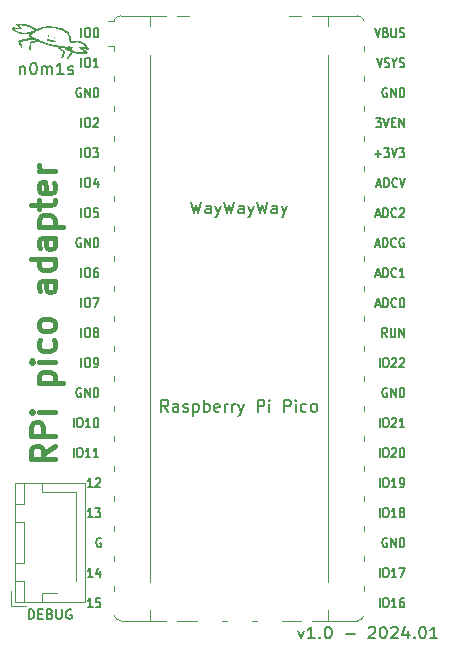
<source format=gbr>
%TF.GenerationSoftware,KiCad,Pcbnew,7.0.9*%
%TF.CreationDate,2024-01-10T08:51:33-08:00*%
%TF.ProjectId,rpi_adapter,7270695f-6164-4617-9074-65722e6b6963,rev?*%
%TF.SameCoordinates,PX82a7440PY660b0c0*%
%TF.FileFunction,Legend,Top*%
%TF.FilePolarity,Positive*%
%FSLAX46Y46*%
G04 Gerber Fmt 4.6, Leading zero omitted, Abs format (unit mm)*
G04 Created by KiCad (PCBNEW 7.0.9) date 2024-01-10 08:51:33*
%MOMM*%
%LPD*%
G01*
G04 APERTURE LIST*
%ADD10C,0.150000*%
%ADD11C,0.400000*%
%ADD12C,0.120000*%
G04 APERTURE END LIST*
D10*
X-6010001Y-7924819D02*
X-6343334Y-7448628D01*
X-6581429Y-7924819D02*
X-6581429Y-6924819D01*
X-6581429Y-6924819D02*
X-6200477Y-6924819D01*
X-6200477Y-6924819D02*
X-6105239Y-6972438D01*
X-6105239Y-6972438D02*
X-6057620Y-7020057D01*
X-6057620Y-7020057D02*
X-6010001Y-7115295D01*
X-6010001Y-7115295D02*
X-6010001Y-7258152D01*
X-6010001Y-7258152D02*
X-6057620Y-7353390D01*
X-6057620Y-7353390D02*
X-6105239Y-7401009D01*
X-6105239Y-7401009D02*
X-6200477Y-7448628D01*
X-6200477Y-7448628D02*
X-6581429Y-7448628D01*
X-5152858Y-7924819D02*
X-5152858Y-7401009D01*
X-5152858Y-7401009D02*
X-5200477Y-7305771D01*
X-5200477Y-7305771D02*
X-5295715Y-7258152D01*
X-5295715Y-7258152D02*
X-5486191Y-7258152D01*
X-5486191Y-7258152D02*
X-5581429Y-7305771D01*
X-5152858Y-7877200D02*
X-5248096Y-7924819D01*
X-5248096Y-7924819D02*
X-5486191Y-7924819D01*
X-5486191Y-7924819D02*
X-5581429Y-7877200D01*
X-5581429Y-7877200D02*
X-5629048Y-7781961D01*
X-5629048Y-7781961D02*
X-5629048Y-7686723D01*
X-5629048Y-7686723D02*
X-5581429Y-7591485D01*
X-5581429Y-7591485D02*
X-5486191Y-7543866D01*
X-5486191Y-7543866D02*
X-5248096Y-7543866D01*
X-5248096Y-7543866D02*
X-5152858Y-7496247D01*
X-4724286Y-7877200D02*
X-4629048Y-7924819D01*
X-4629048Y-7924819D02*
X-4438572Y-7924819D01*
X-4438572Y-7924819D02*
X-4343334Y-7877200D01*
X-4343334Y-7877200D02*
X-4295715Y-7781961D01*
X-4295715Y-7781961D02*
X-4295715Y-7734342D01*
X-4295715Y-7734342D02*
X-4343334Y-7639104D01*
X-4343334Y-7639104D02*
X-4438572Y-7591485D01*
X-4438572Y-7591485D02*
X-4581429Y-7591485D01*
X-4581429Y-7591485D02*
X-4676667Y-7543866D01*
X-4676667Y-7543866D02*
X-4724286Y-7448628D01*
X-4724286Y-7448628D02*
X-4724286Y-7401009D01*
X-4724286Y-7401009D02*
X-4676667Y-7305771D01*
X-4676667Y-7305771D02*
X-4581429Y-7258152D01*
X-4581429Y-7258152D02*
X-4438572Y-7258152D01*
X-4438572Y-7258152D02*
X-4343334Y-7305771D01*
X-3867143Y-7258152D02*
X-3867143Y-8258152D01*
X-3867143Y-7305771D02*
X-3771905Y-7258152D01*
X-3771905Y-7258152D02*
X-3581429Y-7258152D01*
X-3581429Y-7258152D02*
X-3486191Y-7305771D01*
X-3486191Y-7305771D02*
X-3438572Y-7353390D01*
X-3438572Y-7353390D02*
X-3390953Y-7448628D01*
X-3390953Y-7448628D02*
X-3390953Y-7734342D01*
X-3390953Y-7734342D02*
X-3438572Y-7829580D01*
X-3438572Y-7829580D02*
X-3486191Y-7877200D01*
X-3486191Y-7877200D02*
X-3581429Y-7924819D01*
X-3581429Y-7924819D02*
X-3771905Y-7924819D01*
X-3771905Y-7924819D02*
X-3867143Y-7877200D01*
X-2962381Y-7924819D02*
X-2962381Y-6924819D01*
X-2962381Y-7305771D02*
X-2867143Y-7258152D01*
X-2867143Y-7258152D02*
X-2676667Y-7258152D01*
X-2676667Y-7258152D02*
X-2581429Y-7305771D01*
X-2581429Y-7305771D02*
X-2533810Y-7353390D01*
X-2533810Y-7353390D02*
X-2486191Y-7448628D01*
X-2486191Y-7448628D02*
X-2486191Y-7734342D01*
X-2486191Y-7734342D02*
X-2533810Y-7829580D01*
X-2533810Y-7829580D02*
X-2581429Y-7877200D01*
X-2581429Y-7877200D02*
X-2676667Y-7924819D01*
X-2676667Y-7924819D02*
X-2867143Y-7924819D01*
X-2867143Y-7924819D02*
X-2962381Y-7877200D01*
X-1676667Y-7877200D02*
X-1771905Y-7924819D01*
X-1771905Y-7924819D02*
X-1962381Y-7924819D01*
X-1962381Y-7924819D02*
X-2057619Y-7877200D01*
X-2057619Y-7877200D02*
X-2105238Y-7781961D01*
X-2105238Y-7781961D02*
X-2105238Y-7401009D01*
X-2105238Y-7401009D02*
X-2057619Y-7305771D01*
X-2057619Y-7305771D02*
X-1962381Y-7258152D01*
X-1962381Y-7258152D02*
X-1771905Y-7258152D01*
X-1771905Y-7258152D02*
X-1676667Y-7305771D01*
X-1676667Y-7305771D02*
X-1629048Y-7401009D01*
X-1629048Y-7401009D02*
X-1629048Y-7496247D01*
X-1629048Y-7496247D02*
X-2105238Y-7591485D01*
X-1200476Y-7924819D02*
X-1200476Y-7258152D01*
X-1200476Y-7448628D02*
X-1152857Y-7353390D01*
X-1152857Y-7353390D02*
X-1105238Y-7305771D01*
X-1105238Y-7305771D02*
X-1010000Y-7258152D01*
X-1010000Y-7258152D02*
X-914762Y-7258152D01*
X-581428Y-7924819D02*
X-581428Y-7258152D01*
X-581428Y-7448628D02*
X-533809Y-7353390D01*
X-533809Y-7353390D02*
X-486190Y-7305771D01*
X-486190Y-7305771D02*
X-390952Y-7258152D01*
X-390952Y-7258152D02*
X-295714Y-7258152D01*
X-57618Y-7258152D02*
X180477Y-7924819D01*
X418572Y-7258152D02*
X180477Y-7924819D01*
X180477Y-7924819D02*
X85239Y-8162914D01*
X85239Y-8162914D02*
X37620Y-8210533D01*
X37620Y-8210533D02*
X-57618Y-8258152D01*
X1561430Y-7924819D02*
X1561430Y-6924819D01*
X1561430Y-6924819D02*
X1942382Y-6924819D01*
X1942382Y-6924819D02*
X2037620Y-6972438D01*
X2037620Y-6972438D02*
X2085239Y-7020057D01*
X2085239Y-7020057D02*
X2132858Y-7115295D01*
X2132858Y-7115295D02*
X2132858Y-7258152D01*
X2132858Y-7258152D02*
X2085239Y-7353390D01*
X2085239Y-7353390D02*
X2037620Y-7401009D01*
X2037620Y-7401009D02*
X1942382Y-7448628D01*
X1942382Y-7448628D02*
X1561430Y-7448628D01*
X2561430Y-7924819D02*
X2561430Y-7258152D01*
X2561430Y-6924819D02*
X2513811Y-6972438D01*
X2513811Y-6972438D02*
X2561430Y-7020057D01*
X2561430Y-7020057D02*
X2609049Y-6972438D01*
X2609049Y-6972438D02*
X2561430Y-6924819D01*
X2561430Y-6924819D02*
X2561430Y-7020057D01*
X3799525Y-7924819D02*
X3799525Y-6924819D01*
X3799525Y-6924819D02*
X4180477Y-6924819D01*
X4180477Y-6924819D02*
X4275715Y-6972438D01*
X4275715Y-6972438D02*
X4323334Y-7020057D01*
X4323334Y-7020057D02*
X4370953Y-7115295D01*
X4370953Y-7115295D02*
X4370953Y-7258152D01*
X4370953Y-7258152D02*
X4323334Y-7353390D01*
X4323334Y-7353390D02*
X4275715Y-7401009D01*
X4275715Y-7401009D02*
X4180477Y-7448628D01*
X4180477Y-7448628D02*
X3799525Y-7448628D01*
X4799525Y-7924819D02*
X4799525Y-7258152D01*
X4799525Y-6924819D02*
X4751906Y-6972438D01*
X4751906Y-6972438D02*
X4799525Y-7020057D01*
X4799525Y-7020057D02*
X4847144Y-6972438D01*
X4847144Y-6972438D02*
X4799525Y-6924819D01*
X4799525Y-6924819D02*
X4799525Y-7020057D01*
X5704286Y-7877200D02*
X5609048Y-7924819D01*
X5609048Y-7924819D02*
X5418572Y-7924819D01*
X5418572Y-7924819D02*
X5323334Y-7877200D01*
X5323334Y-7877200D02*
X5275715Y-7829580D01*
X5275715Y-7829580D02*
X5228096Y-7734342D01*
X5228096Y-7734342D02*
X5228096Y-7448628D01*
X5228096Y-7448628D02*
X5275715Y-7353390D01*
X5275715Y-7353390D02*
X5323334Y-7305771D01*
X5323334Y-7305771D02*
X5418572Y-7258152D01*
X5418572Y-7258152D02*
X5609048Y-7258152D01*
X5609048Y-7258152D02*
X5704286Y-7305771D01*
X6275715Y-7924819D02*
X6180477Y-7877200D01*
X6180477Y-7877200D02*
X6132858Y-7829580D01*
X6132858Y-7829580D02*
X6085239Y-7734342D01*
X6085239Y-7734342D02*
X6085239Y-7448628D01*
X6085239Y-7448628D02*
X6132858Y-7353390D01*
X6132858Y-7353390D02*
X6180477Y-7305771D01*
X6180477Y-7305771D02*
X6275715Y-7258152D01*
X6275715Y-7258152D02*
X6418572Y-7258152D01*
X6418572Y-7258152D02*
X6513810Y-7305771D01*
X6513810Y-7305771D02*
X6561429Y-7353390D01*
X6561429Y-7353390D02*
X6609048Y-7448628D01*
X6609048Y-7448628D02*
X6609048Y-7734342D01*
X6609048Y-7734342D02*
X6561429Y-7829580D01*
X6561429Y-7829580D02*
X6513810Y-7877200D01*
X6513810Y-7877200D02*
X6418572Y-7924819D01*
X6418572Y-7924819D02*
X6275715Y-7924819D01*
X-12408685Y-14332295D02*
X-12808685Y-14332295D01*
X-12608685Y-14332295D02*
X-12608685Y-13532295D01*
X-12608685Y-13532295D02*
X-12675352Y-13646580D01*
X-12675352Y-13646580D02*
X-12742018Y-13722771D01*
X-12742018Y-13722771D02*
X-12808685Y-13760866D01*
X-12142018Y-13608485D02*
X-12108685Y-13570390D01*
X-12108685Y-13570390D02*
X-12042018Y-13532295D01*
X-12042018Y-13532295D02*
X-11875351Y-13532295D01*
X-11875351Y-13532295D02*
X-11808685Y-13570390D01*
X-11808685Y-13570390D02*
X-11775351Y-13608485D01*
X-11775351Y-13608485D02*
X-11742018Y-13684676D01*
X-11742018Y-13684676D02*
X-11742018Y-13760866D01*
X-11742018Y-13760866D02*
X-11775351Y-13875152D01*
X-11775351Y-13875152D02*
X-12175351Y-14332295D01*
X-12175351Y-14332295D02*
X-11742018Y-14332295D01*
X12525316Y-18650390D02*
X12458649Y-18612295D01*
X12458649Y-18612295D02*
X12358649Y-18612295D01*
X12358649Y-18612295D02*
X12258649Y-18650390D01*
X12258649Y-18650390D02*
X12191983Y-18726580D01*
X12191983Y-18726580D02*
X12158649Y-18802771D01*
X12158649Y-18802771D02*
X12125316Y-18955152D01*
X12125316Y-18955152D02*
X12125316Y-19069438D01*
X12125316Y-19069438D02*
X12158649Y-19221819D01*
X12158649Y-19221819D02*
X12191983Y-19298009D01*
X12191983Y-19298009D02*
X12258649Y-19374200D01*
X12258649Y-19374200D02*
X12358649Y-19412295D01*
X12358649Y-19412295D02*
X12425316Y-19412295D01*
X12425316Y-19412295D02*
X12525316Y-19374200D01*
X12525316Y-19374200D02*
X12558649Y-19336104D01*
X12558649Y-19336104D02*
X12558649Y-19069438D01*
X12558649Y-19069438D02*
X12425316Y-19069438D01*
X12858649Y-19412295D02*
X12858649Y-18612295D01*
X12858649Y-18612295D02*
X13258649Y-19412295D01*
X13258649Y-19412295D02*
X13258649Y-18612295D01*
X13591982Y-19412295D02*
X13591982Y-18612295D01*
X13591982Y-18612295D02*
X13758649Y-18612295D01*
X13758649Y-18612295D02*
X13858649Y-18650390D01*
X13858649Y-18650390D02*
X13925316Y-18726580D01*
X13925316Y-18726580D02*
X13958649Y-18802771D01*
X13958649Y-18802771D02*
X13991982Y-18955152D01*
X13991982Y-18955152D02*
X13991982Y-19069438D01*
X13991982Y-19069438D02*
X13958649Y-19221819D01*
X13958649Y-19221819D02*
X13925316Y-19298009D01*
X13925316Y-19298009D02*
X13858649Y-19374200D01*
X13858649Y-19374200D02*
X13758649Y-19412295D01*
X13758649Y-19412295D02*
X13591982Y-19412295D01*
X11658648Y22027705D02*
X11891982Y21227705D01*
X11891982Y21227705D02*
X12125315Y22027705D01*
X12325315Y21265800D02*
X12425315Y21227705D01*
X12425315Y21227705D02*
X12591982Y21227705D01*
X12591982Y21227705D02*
X12658648Y21265800D01*
X12658648Y21265800D02*
X12691982Y21303896D01*
X12691982Y21303896D02*
X12725315Y21380086D01*
X12725315Y21380086D02*
X12725315Y21456277D01*
X12725315Y21456277D02*
X12691982Y21532467D01*
X12691982Y21532467D02*
X12658648Y21570562D01*
X12658648Y21570562D02*
X12591982Y21608658D01*
X12591982Y21608658D02*
X12458648Y21646753D01*
X12458648Y21646753D02*
X12391982Y21684848D01*
X12391982Y21684848D02*
X12358648Y21722943D01*
X12358648Y21722943D02*
X12325315Y21799134D01*
X12325315Y21799134D02*
X12325315Y21875324D01*
X12325315Y21875324D02*
X12358648Y21951515D01*
X12358648Y21951515D02*
X12391982Y21989610D01*
X12391982Y21989610D02*
X12458648Y22027705D01*
X12458648Y22027705D02*
X12625315Y22027705D01*
X12625315Y22027705D02*
X12725315Y21989610D01*
X13158649Y21608658D02*
X13158649Y21227705D01*
X12925315Y22027705D02*
X13158649Y21608658D01*
X13158649Y21608658D02*
X13391982Y22027705D01*
X13591982Y21265800D02*
X13691982Y21227705D01*
X13691982Y21227705D02*
X13858649Y21227705D01*
X13858649Y21227705D02*
X13925315Y21265800D01*
X13925315Y21265800D02*
X13958649Y21303896D01*
X13958649Y21303896D02*
X13991982Y21380086D01*
X13991982Y21380086D02*
X13991982Y21456277D01*
X13991982Y21456277D02*
X13958649Y21532467D01*
X13958649Y21532467D02*
X13925315Y21570562D01*
X13925315Y21570562D02*
X13858649Y21608658D01*
X13858649Y21608658D02*
X13725315Y21646753D01*
X13725315Y21646753D02*
X13658649Y21684848D01*
X13658649Y21684848D02*
X13625315Y21722943D01*
X13625315Y21722943D02*
X13591982Y21799134D01*
X13591982Y21799134D02*
X13591982Y21875324D01*
X13591982Y21875324D02*
X13625315Y21951515D01*
X13625315Y21951515D02*
X13658649Y21989610D01*
X13658649Y21989610D02*
X13725315Y22027705D01*
X13725315Y22027705D02*
X13891982Y22027705D01*
X13891982Y22027705D02*
X13991982Y21989610D01*
X11491982Y24567705D02*
X11725316Y23767705D01*
X11725316Y23767705D02*
X11958649Y24567705D01*
X12425316Y24186753D02*
X12525316Y24148658D01*
X12525316Y24148658D02*
X12558649Y24110562D01*
X12558649Y24110562D02*
X12591982Y24034372D01*
X12591982Y24034372D02*
X12591982Y23920086D01*
X12591982Y23920086D02*
X12558649Y23843896D01*
X12558649Y23843896D02*
X12525316Y23805800D01*
X12525316Y23805800D02*
X12458649Y23767705D01*
X12458649Y23767705D02*
X12191982Y23767705D01*
X12191982Y23767705D02*
X12191982Y24567705D01*
X12191982Y24567705D02*
X12425316Y24567705D01*
X12425316Y24567705D02*
X12491982Y24529610D01*
X12491982Y24529610D02*
X12525316Y24491515D01*
X12525316Y24491515D02*
X12558649Y24415324D01*
X12558649Y24415324D02*
X12558649Y24339134D01*
X12558649Y24339134D02*
X12525316Y24262943D01*
X12525316Y24262943D02*
X12491982Y24224848D01*
X12491982Y24224848D02*
X12425316Y24186753D01*
X12425316Y24186753D02*
X12191982Y24186753D01*
X12891982Y24567705D02*
X12891982Y23920086D01*
X12891982Y23920086D02*
X12925316Y23843896D01*
X12925316Y23843896D02*
X12958649Y23805800D01*
X12958649Y23805800D02*
X13025316Y23767705D01*
X13025316Y23767705D02*
X13158649Y23767705D01*
X13158649Y23767705D02*
X13225316Y23805800D01*
X13225316Y23805800D02*
X13258649Y23843896D01*
X13258649Y23843896D02*
X13291982Y23920086D01*
X13291982Y23920086D02*
X13291982Y24567705D01*
X13591982Y23805800D02*
X13691982Y23767705D01*
X13691982Y23767705D02*
X13858649Y23767705D01*
X13858649Y23767705D02*
X13925315Y23805800D01*
X13925315Y23805800D02*
X13958649Y23843896D01*
X13958649Y23843896D02*
X13991982Y23920086D01*
X13991982Y23920086D02*
X13991982Y23996277D01*
X13991982Y23996277D02*
X13958649Y24072467D01*
X13958649Y24072467D02*
X13925315Y24110562D01*
X13925315Y24110562D02*
X13858649Y24148658D01*
X13858649Y24148658D02*
X13725315Y24186753D01*
X13725315Y24186753D02*
X13658649Y24224848D01*
X13658649Y24224848D02*
X13625315Y24262943D01*
X13625315Y24262943D02*
X13591982Y24339134D01*
X13591982Y24339134D02*
X13591982Y24415324D01*
X13591982Y24415324D02*
X13625315Y24491515D01*
X13625315Y24491515D02*
X13658649Y24529610D01*
X13658649Y24529610D02*
X13725315Y24567705D01*
X13725315Y24567705D02*
X13891982Y24567705D01*
X13891982Y24567705D02*
X13991982Y24529610D01*
X-13349351Y8527705D02*
X-13349351Y9327705D01*
X-12882684Y9327705D02*
X-12749351Y9327705D01*
X-12749351Y9327705D02*
X-12682684Y9289610D01*
X-12682684Y9289610D02*
X-12616018Y9213420D01*
X-12616018Y9213420D02*
X-12582684Y9061039D01*
X-12582684Y9061039D02*
X-12582684Y8794372D01*
X-12582684Y8794372D02*
X-12616018Y8641991D01*
X-12616018Y8641991D02*
X-12682684Y8565800D01*
X-12682684Y8565800D02*
X-12749351Y8527705D01*
X-12749351Y8527705D02*
X-12882684Y8527705D01*
X-12882684Y8527705D02*
X-12949351Y8565800D01*
X-12949351Y8565800D02*
X-13016018Y8641991D01*
X-13016018Y8641991D02*
X-13049351Y8794372D01*
X-13049351Y8794372D02*
X-13049351Y9061039D01*
X-13049351Y9061039D02*
X-13016018Y9213420D01*
X-13016018Y9213420D02*
X-12949351Y9289610D01*
X-12949351Y9289610D02*
X-12882684Y9327705D01*
X-11949351Y9327705D02*
X-12282685Y9327705D01*
X-12282685Y9327705D02*
X-12316018Y8946753D01*
X-12316018Y8946753D02*
X-12282685Y8984848D01*
X-12282685Y8984848D02*
X-12216018Y9022943D01*
X-12216018Y9022943D02*
X-12049351Y9022943D01*
X-12049351Y9022943D02*
X-11982685Y8984848D01*
X-11982685Y8984848D02*
X-11949351Y8946753D01*
X-11949351Y8946753D02*
X-11916018Y8870562D01*
X-11916018Y8870562D02*
X-11916018Y8680086D01*
X-11916018Y8680086D02*
X-11949351Y8603896D01*
X-11949351Y8603896D02*
X-11982685Y8565800D01*
X-11982685Y8565800D02*
X-12049351Y8527705D01*
X-12049351Y8527705D02*
X-12216018Y8527705D01*
X-12216018Y8527705D02*
X-12282685Y8565800D01*
X-12282685Y8565800D02*
X-12316018Y8603896D01*
X-13349351Y-1632295D02*
X-13349351Y-832295D01*
X-12882684Y-832295D02*
X-12749351Y-832295D01*
X-12749351Y-832295D02*
X-12682684Y-870390D01*
X-12682684Y-870390D02*
X-12616018Y-946580D01*
X-12616018Y-946580D02*
X-12582684Y-1098961D01*
X-12582684Y-1098961D02*
X-12582684Y-1365628D01*
X-12582684Y-1365628D02*
X-12616018Y-1518009D01*
X-12616018Y-1518009D02*
X-12682684Y-1594200D01*
X-12682684Y-1594200D02*
X-12749351Y-1632295D01*
X-12749351Y-1632295D02*
X-12882684Y-1632295D01*
X-12882684Y-1632295D02*
X-12949351Y-1594200D01*
X-12949351Y-1594200D02*
X-13016018Y-1518009D01*
X-13016018Y-1518009D02*
X-13049351Y-1365628D01*
X-13049351Y-1365628D02*
X-13049351Y-1098961D01*
X-13049351Y-1098961D02*
X-13016018Y-946580D01*
X-13016018Y-946580D02*
X-12949351Y-870390D01*
X-12949351Y-870390D02*
X-12882684Y-832295D01*
X-12182685Y-1175152D02*
X-12249351Y-1137057D01*
X-12249351Y-1137057D02*
X-12282685Y-1098961D01*
X-12282685Y-1098961D02*
X-12316018Y-1022771D01*
X-12316018Y-1022771D02*
X-12316018Y-984676D01*
X-12316018Y-984676D02*
X-12282685Y-908485D01*
X-12282685Y-908485D02*
X-12249351Y-870390D01*
X-12249351Y-870390D02*
X-12182685Y-832295D01*
X-12182685Y-832295D02*
X-12049351Y-832295D01*
X-12049351Y-832295D02*
X-11982685Y-870390D01*
X-11982685Y-870390D02*
X-11949351Y-908485D01*
X-11949351Y-908485D02*
X-11916018Y-984676D01*
X-11916018Y-984676D02*
X-11916018Y-1022771D01*
X-11916018Y-1022771D02*
X-11949351Y-1098961D01*
X-11949351Y-1098961D02*
X-11982685Y-1137057D01*
X-11982685Y-1137057D02*
X-12049351Y-1175152D01*
X-12049351Y-1175152D02*
X-12182685Y-1175152D01*
X-12182685Y-1175152D02*
X-12249351Y-1213247D01*
X-12249351Y-1213247D02*
X-12282685Y-1251342D01*
X-12282685Y-1251342D02*
X-12316018Y-1327533D01*
X-12316018Y-1327533D02*
X-12316018Y-1479914D01*
X-12316018Y-1479914D02*
X-12282685Y-1556104D01*
X-12282685Y-1556104D02*
X-12249351Y-1594200D01*
X-12249351Y-1594200D02*
X-12182685Y-1632295D01*
X-12182685Y-1632295D02*
X-12049351Y-1632295D01*
X-12049351Y-1632295D02*
X-11982685Y-1594200D01*
X-11982685Y-1594200D02*
X-11949351Y-1556104D01*
X-11949351Y-1556104D02*
X-11916018Y-1479914D01*
X-11916018Y-1479914D02*
X-11916018Y-1327533D01*
X-11916018Y-1327533D02*
X-11949351Y-1251342D01*
X-11949351Y-1251342D02*
X-11982685Y-1213247D01*
X-11982685Y-1213247D02*
X-12049351Y-1175152D01*
X-13382684Y19449610D02*
X-13449351Y19487705D01*
X-13449351Y19487705D02*
X-13549351Y19487705D01*
X-13549351Y19487705D02*
X-13649351Y19449610D01*
X-13649351Y19449610D02*
X-13716017Y19373420D01*
X-13716017Y19373420D02*
X-13749351Y19297229D01*
X-13749351Y19297229D02*
X-13782684Y19144848D01*
X-13782684Y19144848D02*
X-13782684Y19030562D01*
X-13782684Y19030562D02*
X-13749351Y18878181D01*
X-13749351Y18878181D02*
X-13716017Y18801991D01*
X-13716017Y18801991D02*
X-13649351Y18725800D01*
X-13649351Y18725800D02*
X-13549351Y18687705D01*
X-13549351Y18687705D02*
X-13482684Y18687705D01*
X-13482684Y18687705D02*
X-13382684Y18725800D01*
X-13382684Y18725800D02*
X-13349351Y18763896D01*
X-13349351Y18763896D02*
X-13349351Y19030562D01*
X-13349351Y19030562D02*
X-13482684Y19030562D01*
X-13049351Y18687705D02*
X-13049351Y19487705D01*
X-13049351Y19487705D02*
X-12649351Y18687705D01*
X-12649351Y18687705D02*
X-12649351Y19487705D01*
X-12316018Y18687705D02*
X-12316018Y19487705D01*
X-12316018Y19487705D02*
X-12149351Y19487705D01*
X-12149351Y19487705D02*
X-12049351Y19449610D01*
X-12049351Y19449610D02*
X-11982684Y19373420D01*
X-11982684Y19373420D02*
X-11949351Y19297229D01*
X-11949351Y19297229D02*
X-11916018Y19144848D01*
X-11916018Y19144848D02*
X-11916018Y19030562D01*
X-11916018Y19030562D02*
X-11949351Y18878181D01*
X-11949351Y18878181D02*
X-11982684Y18801991D01*
X-11982684Y18801991D02*
X-12049351Y18725800D01*
X-12049351Y18725800D02*
X-12149351Y18687705D01*
X-12149351Y18687705D02*
X-12316018Y18687705D01*
X11891982Y-14332295D02*
X11891982Y-13532295D01*
X12358649Y-13532295D02*
X12491982Y-13532295D01*
X12491982Y-13532295D02*
X12558649Y-13570390D01*
X12558649Y-13570390D02*
X12625315Y-13646580D01*
X12625315Y-13646580D02*
X12658649Y-13798961D01*
X12658649Y-13798961D02*
X12658649Y-14065628D01*
X12658649Y-14065628D02*
X12625315Y-14218009D01*
X12625315Y-14218009D02*
X12558649Y-14294200D01*
X12558649Y-14294200D02*
X12491982Y-14332295D01*
X12491982Y-14332295D02*
X12358649Y-14332295D01*
X12358649Y-14332295D02*
X12291982Y-14294200D01*
X12291982Y-14294200D02*
X12225315Y-14218009D01*
X12225315Y-14218009D02*
X12191982Y-14065628D01*
X12191982Y-14065628D02*
X12191982Y-13798961D01*
X12191982Y-13798961D02*
X12225315Y-13646580D01*
X12225315Y-13646580D02*
X12291982Y-13570390D01*
X12291982Y-13570390D02*
X12358649Y-13532295D01*
X13325315Y-14332295D02*
X12925315Y-14332295D01*
X13125315Y-14332295D02*
X13125315Y-13532295D01*
X13125315Y-13532295D02*
X13058648Y-13646580D01*
X13058648Y-13646580D02*
X12991982Y-13722771D01*
X12991982Y-13722771D02*
X12925315Y-13760866D01*
X13658649Y-14332295D02*
X13791982Y-14332295D01*
X13791982Y-14332295D02*
X13858649Y-14294200D01*
X13858649Y-14294200D02*
X13891982Y-14256104D01*
X13891982Y-14256104D02*
X13958649Y-14141819D01*
X13958649Y-14141819D02*
X13991982Y-13989438D01*
X13991982Y-13989438D02*
X13991982Y-13684676D01*
X13991982Y-13684676D02*
X13958649Y-13608485D01*
X13958649Y-13608485D02*
X13925315Y-13570390D01*
X13925315Y-13570390D02*
X13858649Y-13532295D01*
X13858649Y-13532295D02*
X13725315Y-13532295D01*
X13725315Y-13532295D02*
X13658649Y-13570390D01*
X13658649Y-13570390D02*
X13625315Y-13608485D01*
X13625315Y-13608485D02*
X13591982Y-13684676D01*
X13591982Y-13684676D02*
X13591982Y-13875152D01*
X13591982Y-13875152D02*
X13625315Y-13951342D01*
X13625315Y-13951342D02*
X13658649Y-13989438D01*
X13658649Y-13989438D02*
X13725315Y-14027533D01*
X13725315Y-14027533D02*
X13858649Y-14027533D01*
X13858649Y-14027533D02*
X13925315Y-13989438D01*
X13925315Y-13989438D02*
X13958649Y-13951342D01*
X13958649Y-13951342D02*
X13991982Y-13875152D01*
X-14016018Y-9252295D02*
X-14016018Y-8452295D01*
X-13549351Y-8452295D02*
X-13416018Y-8452295D01*
X-13416018Y-8452295D02*
X-13349351Y-8490390D01*
X-13349351Y-8490390D02*
X-13282685Y-8566580D01*
X-13282685Y-8566580D02*
X-13249351Y-8718961D01*
X-13249351Y-8718961D02*
X-13249351Y-8985628D01*
X-13249351Y-8985628D02*
X-13282685Y-9138009D01*
X-13282685Y-9138009D02*
X-13349351Y-9214200D01*
X-13349351Y-9214200D02*
X-13416018Y-9252295D01*
X-13416018Y-9252295D02*
X-13549351Y-9252295D01*
X-13549351Y-9252295D02*
X-13616018Y-9214200D01*
X-13616018Y-9214200D02*
X-13682685Y-9138009D01*
X-13682685Y-9138009D02*
X-13716018Y-8985628D01*
X-13716018Y-8985628D02*
X-13716018Y-8718961D01*
X-13716018Y-8718961D02*
X-13682685Y-8566580D01*
X-13682685Y-8566580D02*
X-13616018Y-8490390D01*
X-13616018Y-8490390D02*
X-13549351Y-8452295D01*
X-12582685Y-9252295D02*
X-12982685Y-9252295D01*
X-12782685Y-9252295D02*
X-12782685Y-8452295D01*
X-12782685Y-8452295D02*
X-12849352Y-8566580D01*
X-12849352Y-8566580D02*
X-12916018Y-8642771D01*
X-12916018Y-8642771D02*
X-12982685Y-8680866D01*
X-12149351Y-8452295D02*
X-12082685Y-8452295D01*
X-12082685Y-8452295D02*
X-12016018Y-8490390D01*
X-12016018Y-8490390D02*
X-11982685Y-8528485D01*
X-11982685Y-8528485D02*
X-11949351Y-8604676D01*
X-11949351Y-8604676D02*
X-11916018Y-8757057D01*
X-11916018Y-8757057D02*
X-11916018Y-8947533D01*
X-11916018Y-8947533D02*
X-11949351Y-9099914D01*
X-11949351Y-9099914D02*
X-11982685Y-9176104D01*
X-11982685Y-9176104D02*
X-12016018Y-9214200D01*
X-12016018Y-9214200D02*
X-12082685Y-9252295D01*
X-12082685Y-9252295D02*
X-12149351Y-9252295D01*
X-12149351Y-9252295D02*
X-12216018Y-9214200D01*
X-12216018Y-9214200D02*
X-12249351Y-9176104D01*
X-12249351Y-9176104D02*
X-12282685Y-9099914D01*
X-12282685Y-9099914D02*
X-12316018Y-8947533D01*
X-12316018Y-8947533D02*
X-12316018Y-8757057D01*
X-12316018Y-8757057D02*
X-12282685Y-8604676D01*
X-12282685Y-8604676D02*
X-12249351Y-8528485D01*
X-12249351Y-8528485D02*
X-12216018Y-8490390D01*
X-12216018Y-8490390D02*
X-12149351Y-8452295D01*
X11591983Y16947705D02*
X12025316Y16947705D01*
X12025316Y16947705D02*
X11791983Y16642943D01*
X11791983Y16642943D02*
X11891983Y16642943D01*
X11891983Y16642943D02*
X11958649Y16604848D01*
X11958649Y16604848D02*
X11991983Y16566753D01*
X11991983Y16566753D02*
X12025316Y16490562D01*
X12025316Y16490562D02*
X12025316Y16300086D01*
X12025316Y16300086D02*
X11991983Y16223896D01*
X11991983Y16223896D02*
X11958649Y16185800D01*
X11958649Y16185800D02*
X11891983Y16147705D01*
X11891983Y16147705D02*
X11691983Y16147705D01*
X11691983Y16147705D02*
X11625316Y16185800D01*
X11625316Y16185800D02*
X11591983Y16223896D01*
X12225316Y16947705D02*
X12458650Y16147705D01*
X12458650Y16147705D02*
X12691983Y16947705D01*
X12925316Y16566753D02*
X13158650Y16566753D01*
X13258650Y16147705D02*
X12925316Y16147705D01*
X12925316Y16147705D02*
X12925316Y16947705D01*
X12925316Y16947705D02*
X13258650Y16947705D01*
X13558649Y16147705D02*
X13558649Y16947705D01*
X13558649Y16947705D02*
X13958649Y16147705D01*
X13958649Y16147705D02*
X13958649Y16947705D01*
X-13349351Y907705D02*
X-13349351Y1707705D01*
X-12882684Y1707705D02*
X-12749351Y1707705D01*
X-12749351Y1707705D02*
X-12682684Y1669610D01*
X-12682684Y1669610D02*
X-12616018Y1593420D01*
X-12616018Y1593420D02*
X-12582684Y1441039D01*
X-12582684Y1441039D02*
X-12582684Y1174372D01*
X-12582684Y1174372D02*
X-12616018Y1021991D01*
X-12616018Y1021991D02*
X-12682684Y945800D01*
X-12682684Y945800D02*
X-12749351Y907705D01*
X-12749351Y907705D02*
X-12882684Y907705D01*
X-12882684Y907705D02*
X-12949351Y945800D01*
X-12949351Y945800D02*
X-13016018Y1021991D01*
X-13016018Y1021991D02*
X-13049351Y1174372D01*
X-13049351Y1174372D02*
X-13049351Y1441039D01*
X-13049351Y1441039D02*
X-13016018Y1593420D01*
X-13016018Y1593420D02*
X-12949351Y1669610D01*
X-12949351Y1669610D02*
X-12882684Y1707705D01*
X-12349351Y1707705D02*
X-11882685Y1707705D01*
X-11882685Y1707705D02*
X-12182685Y907705D01*
X-13349351Y23767705D02*
X-13349351Y24567705D01*
X-12882684Y24567705D02*
X-12749351Y24567705D01*
X-12749351Y24567705D02*
X-12682684Y24529610D01*
X-12682684Y24529610D02*
X-12616018Y24453420D01*
X-12616018Y24453420D02*
X-12582684Y24301039D01*
X-12582684Y24301039D02*
X-12582684Y24034372D01*
X-12582684Y24034372D02*
X-12616018Y23881991D01*
X-12616018Y23881991D02*
X-12682684Y23805800D01*
X-12682684Y23805800D02*
X-12749351Y23767705D01*
X-12749351Y23767705D02*
X-12882684Y23767705D01*
X-12882684Y23767705D02*
X-12949351Y23805800D01*
X-12949351Y23805800D02*
X-13016018Y23881991D01*
X-13016018Y23881991D02*
X-13049351Y24034372D01*
X-13049351Y24034372D02*
X-13049351Y24301039D01*
X-13049351Y24301039D02*
X-13016018Y24453420D01*
X-13016018Y24453420D02*
X-12949351Y24529610D01*
X-12949351Y24529610D02*
X-12882684Y24567705D01*
X-12149351Y24567705D02*
X-12082685Y24567705D01*
X-12082685Y24567705D02*
X-12016018Y24529610D01*
X-12016018Y24529610D02*
X-11982685Y24491515D01*
X-11982685Y24491515D02*
X-11949351Y24415324D01*
X-11949351Y24415324D02*
X-11916018Y24262943D01*
X-11916018Y24262943D02*
X-11916018Y24072467D01*
X-11916018Y24072467D02*
X-11949351Y23920086D01*
X-11949351Y23920086D02*
X-11982685Y23843896D01*
X-11982685Y23843896D02*
X-12016018Y23805800D01*
X-12016018Y23805800D02*
X-12082685Y23767705D01*
X-12082685Y23767705D02*
X-12149351Y23767705D01*
X-12149351Y23767705D02*
X-12216018Y23805800D01*
X-12216018Y23805800D02*
X-12249351Y23843896D01*
X-12249351Y23843896D02*
X-12282685Y23920086D01*
X-12282685Y23920086D02*
X-12316018Y24072467D01*
X-12316018Y24072467D02*
X-12316018Y24262943D01*
X-12316018Y24262943D02*
X-12282685Y24415324D01*
X-12282685Y24415324D02*
X-12249351Y24491515D01*
X-12249351Y24491515D02*
X-12216018Y24529610D01*
X-12216018Y24529610D02*
X-12149351Y24567705D01*
X-13349351Y3447705D02*
X-13349351Y4247705D01*
X-12882684Y4247705D02*
X-12749351Y4247705D01*
X-12749351Y4247705D02*
X-12682684Y4209610D01*
X-12682684Y4209610D02*
X-12616018Y4133420D01*
X-12616018Y4133420D02*
X-12582684Y3981039D01*
X-12582684Y3981039D02*
X-12582684Y3714372D01*
X-12582684Y3714372D02*
X-12616018Y3561991D01*
X-12616018Y3561991D02*
X-12682684Y3485800D01*
X-12682684Y3485800D02*
X-12749351Y3447705D01*
X-12749351Y3447705D02*
X-12882684Y3447705D01*
X-12882684Y3447705D02*
X-12949351Y3485800D01*
X-12949351Y3485800D02*
X-13016018Y3561991D01*
X-13016018Y3561991D02*
X-13049351Y3714372D01*
X-13049351Y3714372D02*
X-13049351Y3981039D01*
X-13049351Y3981039D02*
X-13016018Y4133420D01*
X-13016018Y4133420D02*
X-12949351Y4209610D01*
X-12949351Y4209610D02*
X-12882684Y4247705D01*
X-11982685Y4247705D02*
X-12116018Y4247705D01*
X-12116018Y4247705D02*
X-12182685Y4209610D01*
X-12182685Y4209610D02*
X-12216018Y4171515D01*
X-12216018Y4171515D02*
X-12282685Y4057229D01*
X-12282685Y4057229D02*
X-12316018Y3904848D01*
X-12316018Y3904848D02*
X-12316018Y3600086D01*
X-12316018Y3600086D02*
X-12282685Y3523896D01*
X-12282685Y3523896D02*
X-12249351Y3485800D01*
X-12249351Y3485800D02*
X-12182685Y3447705D01*
X-12182685Y3447705D02*
X-12049351Y3447705D01*
X-12049351Y3447705D02*
X-11982685Y3485800D01*
X-11982685Y3485800D02*
X-11949351Y3523896D01*
X-11949351Y3523896D02*
X-11916018Y3600086D01*
X-11916018Y3600086D02*
X-11916018Y3790562D01*
X-11916018Y3790562D02*
X-11949351Y3866753D01*
X-11949351Y3866753D02*
X-11982685Y3904848D01*
X-11982685Y3904848D02*
X-12049351Y3942943D01*
X-12049351Y3942943D02*
X-12182685Y3942943D01*
X-12182685Y3942943D02*
X-12249351Y3904848D01*
X-12249351Y3904848D02*
X-12282685Y3866753D01*
X-12282685Y3866753D02*
X-12316018Y3790562D01*
X-13382684Y6749610D02*
X-13449351Y6787705D01*
X-13449351Y6787705D02*
X-13549351Y6787705D01*
X-13549351Y6787705D02*
X-13649351Y6749610D01*
X-13649351Y6749610D02*
X-13716017Y6673420D01*
X-13716017Y6673420D02*
X-13749351Y6597229D01*
X-13749351Y6597229D02*
X-13782684Y6444848D01*
X-13782684Y6444848D02*
X-13782684Y6330562D01*
X-13782684Y6330562D02*
X-13749351Y6178181D01*
X-13749351Y6178181D02*
X-13716017Y6101991D01*
X-13716017Y6101991D02*
X-13649351Y6025800D01*
X-13649351Y6025800D02*
X-13549351Y5987705D01*
X-13549351Y5987705D02*
X-13482684Y5987705D01*
X-13482684Y5987705D02*
X-13382684Y6025800D01*
X-13382684Y6025800D02*
X-13349351Y6063896D01*
X-13349351Y6063896D02*
X-13349351Y6330562D01*
X-13349351Y6330562D02*
X-13482684Y6330562D01*
X-13049351Y5987705D02*
X-13049351Y6787705D01*
X-13049351Y6787705D02*
X-12649351Y5987705D01*
X-12649351Y5987705D02*
X-12649351Y6787705D01*
X-12316018Y5987705D02*
X-12316018Y6787705D01*
X-12316018Y6787705D02*
X-12149351Y6787705D01*
X-12149351Y6787705D02*
X-12049351Y6749610D01*
X-12049351Y6749610D02*
X-11982684Y6673420D01*
X-11982684Y6673420D02*
X-11949351Y6597229D01*
X-11949351Y6597229D02*
X-11916018Y6444848D01*
X-11916018Y6444848D02*
X-11916018Y6330562D01*
X-11916018Y6330562D02*
X-11949351Y6178181D01*
X-11949351Y6178181D02*
X-11982684Y6101991D01*
X-11982684Y6101991D02*
X-12049351Y6025800D01*
X-12049351Y6025800D02*
X-12149351Y5987705D01*
X-12149351Y5987705D02*
X-12316018Y5987705D01*
X12525316Y-5950390D02*
X12458649Y-5912295D01*
X12458649Y-5912295D02*
X12358649Y-5912295D01*
X12358649Y-5912295D02*
X12258649Y-5950390D01*
X12258649Y-5950390D02*
X12191983Y-6026580D01*
X12191983Y-6026580D02*
X12158649Y-6102771D01*
X12158649Y-6102771D02*
X12125316Y-6255152D01*
X12125316Y-6255152D02*
X12125316Y-6369438D01*
X12125316Y-6369438D02*
X12158649Y-6521819D01*
X12158649Y-6521819D02*
X12191983Y-6598009D01*
X12191983Y-6598009D02*
X12258649Y-6674200D01*
X12258649Y-6674200D02*
X12358649Y-6712295D01*
X12358649Y-6712295D02*
X12425316Y-6712295D01*
X12425316Y-6712295D02*
X12525316Y-6674200D01*
X12525316Y-6674200D02*
X12558649Y-6636104D01*
X12558649Y-6636104D02*
X12558649Y-6369438D01*
X12558649Y-6369438D02*
X12425316Y-6369438D01*
X12858649Y-6712295D02*
X12858649Y-5912295D01*
X12858649Y-5912295D02*
X13258649Y-6712295D01*
X13258649Y-6712295D02*
X13258649Y-5912295D01*
X13591982Y-6712295D02*
X13591982Y-5912295D01*
X13591982Y-5912295D02*
X13758649Y-5912295D01*
X13758649Y-5912295D02*
X13858649Y-5950390D01*
X13858649Y-5950390D02*
X13925316Y-6026580D01*
X13925316Y-6026580D02*
X13958649Y-6102771D01*
X13958649Y-6102771D02*
X13991982Y-6255152D01*
X13991982Y-6255152D02*
X13991982Y-6369438D01*
X13991982Y-6369438D02*
X13958649Y-6521819D01*
X13958649Y-6521819D02*
X13925316Y-6598009D01*
X13925316Y-6598009D02*
X13858649Y-6674200D01*
X13858649Y-6674200D02*
X13758649Y-6712295D01*
X13758649Y-6712295D02*
X13591982Y-6712295D01*
X12525316Y-1632295D02*
X12291983Y-1251342D01*
X12125316Y-1632295D02*
X12125316Y-832295D01*
X12125316Y-832295D02*
X12391983Y-832295D01*
X12391983Y-832295D02*
X12458650Y-870390D01*
X12458650Y-870390D02*
X12491983Y-908485D01*
X12491983Y-908485D02*
X12525316Y-984676D01*
X12525316Y-984676D02*
X12525316Y-1098961D01*
X12525316Y-1098961D02*
X12491983Y-1175152D01*
X12491983Y-1175152D02*
X12458650Y-1213247D01*
X12458650Y-1213247D02*
X12391983Y-1251342D01*
X12391983Y-1251342D02*
X12125316Y-1251342D01*
X12825316Y-832295D02*
X12825316Y-1479914D01*
X12825316Y-1479914D02*
X12858650Y-1556104D01*
X12858650Y-1556104D02*
X12891983Y-1594200D01*
X12891983Y-1594200D02*
X12958650Y-1632295D01*
X12958650Y-1632295D02*
X13091983Y-1632295D01*
X13091983Y-1632295D02*
X13158650Y-1594200D01*
X13158650Y-1594200D02*
X13191983Y-1556104D01*
X13191983Y-1556104D02*
X13225316Y-1479914D01*
X13225316Y-1479914D02*
X13225316Y-832295D01*
X13558649Y-1632295D02*
X13558649Y-832295D01*
X13558649Y-832295D02*
X13958649Y-1632295D01*
X13958649Y-1632295D02*
X13958649Y-832295D01*
X11591982Y3676277D02*
X11925315Y3676277D01*
X11525315Y3447705D02*
X11758649Y4247705D01*
X11758649Y4247705D02*
X11991982Y3447705D01*
X12225315Y3447705D02*
X12225315Y4247705D01*
X12225315Y4247705D02*
X12391982Y4247705D01*
X12391982Y4247705D02*
X12491982Y4209610D01*
X12491982Y4209610D02*
X12558649Y4133420D01*
X12558649Y4133420D02*
X12591982Y4057229D01*
X12591982Y4057229D02*
X12625315Y3904848D01*
X12625315Y3904848D02*
X12625315Y3790562D01*
X12625315Y3790562D02*
X12591982Y3638181D01*
X12591982Y3638181D02*
X12558649Y3561991D01*
X12558649Y3561991D02*
X12491982Y3485800D01*
X12491982Y3485800D02*
X12391982Y3447705D01*
X12391982Y3447705D02*
X12225315Y3447705D01*
X13325315Y3523896D02*
X13291982Y3485800D01*
X13291982Y3485800D02*
X13191982Y3447705D01*
X13191982Y3447705D02*
X13125315Y3447705D01*
X13125315Y3447705D02*
X13025315Y3485800D01*
X13025315Y3485800D02*
X12958649Y3561991D01*
X12958649Y3561991D02*
X12925315Y3638181D01*
X12925315Y3638181D02*
X12891982Y3790562D01*
X12891982Y3790562D02*
X12891982Y3904848D01*
X12891982Y3904848D02*
X12925315Y4057229D01*
X12925315Y4057229D02*
X12958649Y4133420D01*
X12958649Y4133420D02*
X13025315Y4209610D01*
X13025315Y4209610D02*
X13125315Y4247705D01*
X13125315Y4247705D02*
X13191982Y4247705D01*
X13191982Y4247705D02*
X13291982Y4209610D01*
X13291982Y4209610D02*
X13325315Y4171515D01*
X13991982Y3447705D02*
X13591982Y3447705D01*
X13791982Y3447705D02*
X13791982Y4247705D01*
X13791982Y4247705D02*
X13725315Y4133420D01*
X13725315Y4133420D02*
X13658649Y4057229D01*
X13658649Y4057229D02*
X13591982Y4019134D01*
X-12408685Y-16872295D02*
X-12808685Y-16872295D01*
X-12608685Y-16872295D02*
X-12608685Y-16072295D01*
X-12608685Y-16072295D02*
X-12675352Y-16186580D01*
X-12675352Y-16186580D02*
X-12742018Y-16262771D01*
X-12742018Y-16262771D02*
X-12808685Y-16300866D01*
X-12175351Y-16072295D02*
X-11742018Y-16072295D01*
X-11742018Y-16072295D02*
X-11975351Y-16377057D01*
X-11975351Y-16377057D02*
X-11875351Y-16377057D01*
X-11875351Y-16377057D02*
X-11808685Y-16415152D01*
X-11808685Y-16415152D02*
X-11775351Y-16453247D01*
X-11775351Y-16453247D02*
X-11742018Y-16529438D01*
X-11742018Y-16529438D02*
X-11742018Y-16719914D01*
X-11742018Y-16719914D02*
X-11775351Y-16796104D01*
X-11775351Y-16796104D02*
X-11808685Y-16834200D01*
X-11808685Y-16834200D02*
X-11875351Y-16872295D01*
X-11875351Y-16872295D02*
X-12075351Y-16872295D01*
X-12075351Y-16872295D02*
X-12142018Y-16834200D01*
X-12142018Y-16834200D02*
X-12175351Y-16796104D01*
X-13382684Y-5950390D02*
X-13449351Y-5912295D01*
X-13449351Y-5912295D02*
X-13549351Y-5912295D01*
X-13549351Y-5912295D02*
X-13649351Y-5950390D01*
X-13649351Y-5950390D02*
X-13716017Y-6026580D01*
X-13716017Y-6026580D02*
X-13749351Y-6102771D01*
X-13749351Y-6102771D02*
X-13782684Y-6255152D01*
X-13782684Y-6255152D02*
X-13782684Y-6369438D01*
X-13782684Y-6369438D02*
X-13749351Y-6521819D01*
X-13749351Y-6521819D02*
X-13716017Y-6598009D01*
X-13716017Y-6598009D02*
X-13649351Y-6674200D01*
X-13649351Y-6674200D02*
X-13549351Y-6712295D01*
X-13549351Y-6712295D02*
X-13482684Y-6712295D01*
X-13482684Y-6712295D02*
X-13382684Y-6674200D01*
X-13382684Y-6674200D02*
X-13349351Y-6636104D01*
X-13349351Y-6636104D02*
X-13349351Y-6369438D01*
X-13349351Y-6369438D02*
X-13482684Y-6369438D01*
X-13049351Y-6712295D02*
X-13049351Y-5912295D01*
X-13049351Y-5912295D02*
X-12649351Y-6712295D01*
X-12649351Y-6712295D02*
X-12649351Y-5912295D01*
X-12316018Y-6712295D02*
X-12316018Y-5912295D01*
X-12316018Y-5912295D02*
X-12149351Y-5912295D01*
X-12149351Y-5912295D02*
X-12049351Y-5950390D01*
X-12049351Y-5950390D02*
X-11982684Y-6026580D01*
X-11982684Y-6026580D02*
X-11949351Y-6102771D01*
X-11949351Y-6102771D02*
X-11916018Y-6255152D01*
X-11916018Y-6255152D02*
X-11916018Y-6369438D01*
X-11916018Y-6369438D02*
X-11949351Y-6521819D01*
X-11949351Y-6521819D02*
X-11982684Y-6598009D01*
X-11982684Y-6598009D02*
X-12049351Y-6674200D01*
X-12049351Y-6674200D02*
X-12149351Y-6712295D01*
X-12149351Y-6712295D02*
X-12316018Y-6712295D01*
X11591982Y1136277D02*
X11925315Y1136277D01*
X11525315Y907705D02*
X11758649Y1707705D01*
X11758649Y1707705D02*
X11991982Y907705D01*
X12225315Y907705D02*
X12225315Y1707705D01*
X12225315Y1707705D02*
X12391982Y1707705D01*
X12391982Y1707705D02*
X12491982Y1669610D01*
X12491982Y1669610D02*
X12558649Y1593420D01*
X12558649Y1593420D02*
X12591982Y1517229D01*
X12591982Y1517229D02*
X12625315Y1364848D01*
X12625315Y1364848D02*
X12625315Y1250562D01*
X12625315Y1250562D02*
X12591982Y1098181D01*
X12591982Y1098181D02*
X12558649Y1021991D01*
X12558649Y1021991D02*
X12491982Y945800D01*
X12491982Y945800D02*
X12391982Y907705D01*
X12391982Y907705D02*
X12225315Y907705D01*
X13325315Y983896D02*
X13291982Y945800D01*
X13291982Y945800D02*
X13191982Y907705D01*
X13191982Y907705D02*
X13125315Y907705D01*
X13125315Y907705D02*
X13025315Y945800D01*
X13025315Y945800D02*
X12958649Y1021991D01*
X12958649Y1021991D02*
X12925315Y1098181D01*
X12925315Y1098181D02*
X12891982Y1250562D01*
X12891982Y1250562D02*
X12891982Y1364848D01*
X12891982Y1364848D02*
X12925315Y1517229D01*
X12925315Y1517229D02*
X12958649Y1593420D01*
X12958649Y1593420D02*
X13025315Y1669610D01*
X13025315Y1669610D02*
X13125315Y1707705D01*
X13125315Y1707705D02*
X13191982Y1707705D01*
X13191982Y1707705D02*
X13291982Y1669610D01*
X13291982Y1669610D02*
X13325315Y1631515D01*
X13758649Y1707705D02*
X13825315Y1707705D01*
X13825315Y1707705D02*
X13891982Y1669610D01*
X13891982Y1669610D02*
X13925315Y1631515D01*
X13925315Y1631515D02*
X13958649Y1555324D01*
X13958649Y1555324D02*
X13991982Y1402943D01*
X13991982Y1402943D02*
X13991982Y1212467D01*
X13991982Y1212467D02*
X13958649Y1060086D01*
X13958649Y1060086D02*
X13925315Y983896D01*
X13925315Y983896D02*
X13891982Y945800D01*
X13891982Y945800D02*
X13825315Y907705D01*
X13825315Y907705D02*
X13758649Y907705D01*
X13758649Y907705D02*
X13691982Y945800D01*
X13691982Y945800D02*
X13658649Y983896D01*
X13658649Y983896D02*
X13625315Y1060086D01*
X13625315Y1060086D02*
X13591982Y1212467D01*
X13591982Y1212467D02*
X13591982Y1402943D01*
X13591982Y1402943D02*
X13625315Y1555324D01*
X13625315Y1555324D02*
X13658649Y1631515D01*
X13658649Y1631515D02*
X13691982Y1669610D01*
X13691982Y1669610D02*
X13758649Y1707705D01*
X-13349351Y11067705D02*
X-13349351Y11867705D01*
X-12882684Y11867705D02*
X-12749351Y11867705D01*
X-12749351Y11867705D02*
X-12682684Y11829610D01*
X-12682684Y11829610D02*
X-12616018Y11753420D01*
X-12616018Y11753420D02*
X-12582684Y11601039D01*
X-12582684Y11601039D02*
X-12582684Y11334372D01*
X-12582684Y11334372D02*
X-12616018Y11181991D01*
X-12616018Y11181991D02*
X-12682684Y11105800D01*
X-12682684Y11105800D02*
X-12749351Y11067705D01*
X-12749351Y11067705D02*
X-12882684Y11067705D01*
X-12882684Y11067705D02*
X-12949351Y11105800D01*
X-12949351Y11105800D02*
X-13016018Y11181991D01*
X-13016018Y11181991D02*
X-13049351Y11334372D01*
X-13049351Y11334372D02*
X-13049351Y11601039D01*
X-13049351Y11601039D02*
X-13016018Y11753420D01*
X-13016018Y11753420D02*
X-12949351Y11829610D01*
X-12949351Y11829610D02*
X-12882684Y11867705D01*
X-11982685Y11601039D02*
X-11982685Y11067705D01*
X-12149351Y11905800D02*
X-12316018Y11334372D01*
X-12316018Y11334372D02*
X-11882685Y11334372D01*
X-12408685Y-21952295D02*
X-12808685Y-21952295D01*
X-12608685Y-21952295D02*
X-12608685Y-21152295D01*
X-12608685Y-21152295D02*
X-12675352Y-21266580D01*
X-12675352Y-21266580D02*
X-12742018Y-21342771D01*
X-12742018Y-21342771D02*
X-12808685Y-21380866D01*
X-11808685Y-21418961D02*
X-11808685Y-21952295D01*
X-11975351Y-21114200D02*
X-12142018Y-21685628D01*
X-12142018Y-21685628D02*
X-11708685Y-21685628D01*
X11891982Y-4172295D02*
X11891982Y-3372295D01*
X12358649Y-3372295D02*
X12491982Y-3372295D01*
X12491982Y-3372295D02*
X12558649Y-3410390D01*
X12558649Y-3410390D02*
X12625315Y-3486580D01*
X12625315Y-3486580D02*
X12658649Y-3638961D01*
X12658649Y-3638961D02*
X12658649Y-3905628D01*
X12658649Y-3905628D02*
X12625315Y-4058009D01*
X12625315Y-4058009D02*
X12558649Y-4134200D01*
X12558649Y-4134200D02*
X12491982Y-4172295D01*
X12491982Y-4172295D02*
X12358649Y-4172295D01*
X12358649Y-4172295D02*
X12291982Y-4134200D01*
X12291982Y-4134200D02*
X12225315Y-4058009D01*
X12225315Y-4058009D02*
X12191982Y-3905628D01*
X12191982Y-3905628D02*
X12191982Y-3638961D01*
X12191982Y-3638961D02*
X12225315Y-3486580D01*
X12225315Y-3486580D02*
X12291982Y-3410390D01*
X12291982Y-3410390D02*
X12358649Y-3372295D01*
X12925315Y-3448485D02*
X12958648Y-3410390D01*
X12958648Y-3410390D02*
X13025315Y-3372295D01*
X13025315Y-3372295D02*
X13191982Y-3372295D01*
X13191982Y-3372295D02*
X13258648Y-3410390D01*
X13258648Y-3410390D02*
X13291982Y-3448485D01*
X13291982Y-3448485D02*
X13325315Y-3524676D01*
X13325315Y-3524676D02*
X13325315Y-3600866D01*
X13325315Y-3600866D02*
X13291982Y-3715152D01*
X13291982Y-3715152D02*
X12891982Y-4172295D01*
X12891982Y-4172295D02*
X13325315Y-4172295D01*
X13591982Y-3448485D02*
X13625315Y-3410390D01*
X13625315Y-3410390D02*
X13691982Y-3372295D01*
X13691982Y-3372295D02*
X13858649Y-3372295D01*
X13858649Y-3372295D02*
X13925315Y-3410390D01*
X13925315Y-3410390D02*
X13958649Y-3448485D01*
X13958649Y-3448485D02*
X13991982Y-3524676D01*
X13991982Y-3524676D02*
X13991982Y-3600866D01*
X13991982Y-3600866D02*
X13958649Y-3715152D01*
X13958649Y-3715152D02*
X13558649Y-4172295D01*
X13558649Y-4172295D02*
X13991982Y-4172295D01*
X-13349351Y16147705D02*
X-13349351Y16947705D01*
X-12882684Y16947705D02*
X-12749351Y16947705D01*
X-12749351Y16947705D02*
X-12682684Y16909610D01*
X-12682684Y16909610D02*
X-12616018Y16833420D01*
X-12616018Y16833420D02*
X-12582684Y16681039D01*
X-12582684Y16681039D02*
X-12582684Y16414372D01*
X-12582684Y16414372D02*
X-12616018Y16261991D01*
X-12616018Y16261991D02*
X-12682684Y16185800D01*
X-12682684Y16185800D02*
X-12749351Y16147705D01*
X-12749351Y16147705D02*
X-12882684Y16147705D01*
X-12882684Y16147705D02*
X-12949351Y16185800D01*
X-12949351Y16185800D02*
X-13016018Y16261991D01*
X-13016018Y16261991D02*
X-13049351Y16414372D01*
X-13049351Y16414372D02*
X-13049351Y16681039D01*
X-13049351Y16681039D02*
X-13016018Y16833420D01*
X-13016018Y16833420D02*
X-12949351Y16909610D01*
X-12949351Y16909610D02*
X-12882684Y16947705D01*
X-12316018Y16871515D02*
X-12282685Y16909610D01*
X-12282685Y16909610D02*
X-12216018Y16947705D01*
X-12216018Y16947705D02*
X-12049351Y16947705D01*
X-12049351Y16947705D02*
X-11982685Y16909610D01*
X-11982685Y16909610D02*
X-11949351Y16871515D01*
X-11949351Y16871515D02*
X-11916018Y16795324D01*
X-11916018Y16795324D02*
X-11916018Y16719134D01*
X-11916018Y16719134D02*
X-11949351Y16604848D01*
X-11949351Y16604848D02*
X-12349351Y16147705D01*
X-12349351Y16147705D02*
X-11916018Y16147705D01*
X-12408685Y-24492295D02*
X-12808685Y-24492295D01*
X-12608685Y-24492295D02*
X-12608685Y-23692295D01*
X-12608685Y-23692295D02*
X-12675352Y-23806580D01*
X-12675352Y-23806580D02*
X-12742018Y-23882771D01*
X-12742018Y-23882771D02*
X-12808685Y-23920866D01*
X-11775351Y-23692295D02*
X-12108685Y-23692295D01*
X-12108685Y-23692295D02*
X-12142018Y-24073247D01*
X-12142018Y-24073247D02*
X-12108685Y-24035152D01*
X-12108685Y-24035152D02*
X-12042018Y-23997057D01*
X-12042018Y-23997057D02*
X-11875351Y-23997057D01*
X-11875351Y-23997057D02*
X-11808685Y-24035152D01*
X-11808685Y-24035152D02*
X-11775351Y-24073247D01*
X-11775351Y-24073247D02*
X-11742018Y-24149438D01*
X-11742018Y-24149438D02*
X-11742018Y-24339914D01*
X-11742018Y-24339914D02*
X-11775351Y-24416104D01*
X-11775351Y-24416104D02*
X-11808685Y-24454200D01*
X-11808685Y-24454200D02*
X-11875351Y-24492295D01*
X-11875351Y-24492295D02*
X-12042018Y-24492295D01*
X-12042018Y-24492295D02*
X-12108685Y-24454200D01*
X-12108685Y-24454200D02*
X-12142018Y-24416104D01*
X11891982Y-24492295D02*
X11891982Y-23692295D01*
X12358649Y-23692295D02*
X12491982Y-23692295D01*
X12491982Y-23692295D02*
X12558649Y-23730390D01*
X12558649Y-23730390D02*
X12625315Y-23806580D01*
X12625315Y-23806580D02*
X12658649Y-23958961D01*
X12658649Y-23958961D02*
X12658649Y-24225628D01*
X12658649Y-24225628D02*
X12625315Y-24378009D01*
X12625315Y-24378009D02*
X12558649Y-24454200D01*
X12558649Y-24454200D02*
X12491982Y-24492295D01*
X12491982Y-24492295D02*
X12358649Y-24492295D01*
X12358649Y-24492295D02*
X12291982Y-24454200D01*
X12291982Y-24454200D02*
X12225315Y-24378009D01*
X12225315Y-24378009D02*
X12191982Y-24225628D01*
X12191982Y-24225628D02*
X12191982Y-23958961D01*
X12191982Y-23958961D02*
X12225315Y-23806580D01*
X12225315Y-23806580D02*
X12291982Y-23730390D01*
X12291982Y-23730390D02*
X12358649Y-23692295D01*
X13325315Y-24492295D02*
X12925315Y-24492295D01*
X13125315Y-24492295D02*
X13125315Y-23692295D01*
X13125315Y-23692295D02*
X13058648Y-23806580D01*
X13058648Y-23806580D02*
X12991982Y-23882771D01*
X12991982Y-23882771D02*
X12925315Y-23920866D01*
X13925315Y-23692295D02*
X13791982Y-23692295D01*
X13791982Y-23692295D02*
X13725315Y-23730390D01*
X13725315Y-23730390D02*
X13691982Y-23768485D01*
X13691982Y-23768485D02*
X13625315Y-23882771D01*
X13625315Y-23882771D02*
X13591982Y-24035152D01*
X13591982Y-24035152D02*
X13591982Y-24339914D01*
X13591982Y-24339914D02*
X13625315Y-24416104D01*
X13625315Y-24416104D02*
X13658649Y-24454200D01*
X13658649Y-24454200D02*
X13725315Y-24492295D01*
X13725315Y-24492295D02*
X13858649Y-24492295D01*
X13858649Y-24492295D02*
X13925315Y-24454200D01*
X13925315Y-24454200D02*
X13958649Y-24416104D01*
X13958649Y-24416104D02*
X13991982Y-24339914D01*
X13991982Y-24339914D02*
X13991982Y-24149438D01*
X13991982Y-24149438D02*
X13958649Y-24073247D01*
X13958649Y-24073247D02*
X13925315Y-24035152D01*
X13925315Y-24035152D02*
X13858649Y-23997057D01*
X13858649Y-23997057D02*
X13725315Y-23997057D01*
X13725315Y-23997057D02*
X13658649Y-24035152D01*
X13658649Y-24035152D02*
X13625315Y-24073247D01*
X13625315Y-24073247D02*
X13591982Y-24149438D01*
X-18548095Y21306848D02*
X-18548095Y20640181D01*
X-18548095Y21211610D02*
X-18500476Y21259229D01*
X-18500476Y21259229D02*
X-18405238Y21306848D01*
X-18405238Y21306848D02*
X-18262381Y21306848D01*
X-18262381Y21306848D02*
X-18167143Y21259229D01*
X-18167143Y21259229D02*
X-18119524Y21163991D01*
X-18119524Y21163991D02*
X-18119524Y20640181D01*
X-17452857Y21640181D02*
X-17357619Y21640181D01*
X-17357619Y21640181D02*
X-17262381Y21592562D01*
X-17262381Y21592562D02*
X-17214762Y21544943D01*
X-17214762Y21544943D02*
X-17167143Y21449705D01*
X-17167143Y21449705D02*
X-17119524Y21259229D01*
X-17119524Y21259229D02*
X-17119524Y21021134D01*
X-17119524Y21021134D02*
X-17167143Y20830658D01*
X-17167143Y20830658D02*
X-17214762Y20735420D01*
X-17214762Y20735420D02*
X-17262381Y20687800D01*
X-17262381Y20687800D02*
X-17357619Y20640181D01*
X-17357619Y20640181D02*
X-17452857Y20640181D01*
X-17452857Y20640181D02*
X-17548095Y20687800D01*
X-17548095Y20687800D02*
X-17595714Y20735420D01*
X-17595714Y20735420D02*
X-17643333Y20830658D01*
X-17643333Y20830658D02*
X-17690952Y21021134D01*
X-17690952Y21021134D02*
X-17690952Y21259229D01*
X-17690952Y21259229D02*
X-17643333Y21449705D01*
X-17643333Y21449705D02*
X-17595714Y21544943D01*
X-17595714Y21544943D02*
X-17548095Y21592562D01*
X-17548095Y21592562D02*
X-17452857Y21640181D01*
X-16690952Y20640181D02*
X-16690952Y21306848D01*
X-16690952Y21211610D02*
X-16643333Y21259229D01*
X-16643333Y21259229D02*
X-16548095Y21306848D01*
X-16548095Y21306848D02*
X-16405238Y21306848D01*
X-16405238Y21306848D02*
X-16310000Y21259229D01*
X-16310000Y21259229D02*
X-16262381Y21163991D01*
X-16262381Y21163991D02*
X-16262381Y20640181D01*
X-16262381Y21163991D02*
X-16214762Y21259229D01*
X-16214762Y21259229D02*
X-16119524Y21306848D01*
X-16119524Y21306848D02*
X-15976667Y21306848D01*
X-15976667Y21306848D02*
X-15881428Y21259229D01*
X-15881428Y21259229D02*
X-15833809Y21163991D01*
X-15833809Y21163991D02*
X-15833809Y20640181D01*
X-14833810Y20640181D02*
X-15405238Y20640181D01*
X-15119524Y20640181D02*
X-15119524Y21640181D01*
X-15119524Y21640181D02*
X-15214762Y21497324D01*
X-15214762Y21497324D02*
X-15310000Y21402086D01*
X-15310000Y21402086D02*
X-15405238Y21354467D01*
X-14452857Y20687800D02*
X-14357619Y20640181D01*
X-14357619Y20640181D02*
X-14167143Y20640181D01*
X-14167143Y20640181D02*
X-14071905Y20687800D01*
X-14071905Y20687800D02*
X-14024286Y20783039D01*
X-14024286Y20783039D02*
X-14024286Y20830658D01*
X-14024286Y20830658D02*
X-14071905Y20925896D01*
X-14071905Y20925896D02*
X-14167143Y20973515D01*
X-14167143Y20973515D02*
X-14310000Y20973515D01*
X-14310000Y20973515D02*
X-14405238Y21021134D01*
X-14405238Y21021134D02*
X-14452857Y21116372D01*
X-14452857Y21116372D02*
X-14452857Y21163991D01*
X-14452857Y21163991D02*
X-14405238Y21259229D01*
X-14405238Y21259229D02*
X-14310000Y21306848D01*
X-14310000Y21306848D02*
X-14167143Y21306848D01*
X-14167143Y21306848D02*
X-14071905Y21259229D01*
X-17792476Y-25468295D02*
X-17792476Y-24668295D01*
X-17792476Y-24668295D02*
X-17602000Y-24668295D01*
X-17602000Y-24668295D02*
X-17487714Y-24706390D01*
X-17487714Y-24706390D02*
X-17411524Y-24782580D01*
X-17411524Y-24782580D02*
X-17373429Y-24858771D01*
X-17373429Y-24858771D02*
X-17335333Y-25011152D01*
X-17335333Y-25011152D02*
X-17335333Y-25125438D01*
X-17335333Y-25125438D02*
X-17373429Y-25277819D01*
X-17373429Y-25277819D02*
X-17411524Y-25354009D01*
X-17411524Y-25354009D02*
X-17487714Y-25430200D01*
X-17487714Y-25430200D02*
X-17602000Y-25468295D01*
X-17602000Y-25468295D02*
X-17792476Y-25468295D01*
X-16992476Y-25049247D02*
X-16725810Y-25049247D01*
X-16611524Y-25468295D02*
X-16992476Y-25468295D01*
X-16992476Y-25468295D02*
X-16992476Y-24668295D01*
X-16992476Y-24668295D02*
X-16611524Y-24668295D01*
X-16002000Y-25049247D02*
X-15887714Y-25087342D01*
X-15887714Y-25087342D02*
X-15849619Y-25125438D01*
X-15849619Y-25125438D02*
X-15811523Y-25201628D01*
X-15811523Y-25201628D02*
X-15811523Y-25315914D01*
X-15811523Y-25315914D02*
X-15849619Y-25392104D01*
X-15849619Y-25392104D02*
X-15887714Y-25430200D01*
X-15887714Y-25430200D02*
X-15963904Y-25468295D01*
X-15963904Y-25468295D02*
X-16268666Y-25468295D01*
X-16268666Y-25468295D02*
X-16268666Y-24668295D01*
X-16268666Y-24668295D02*
X-16002000Y-24668295D01*
X-16002000Y-24668295D02*
X-15925809Y-24706390D01*
X-15925809Y-24706390D02*
X-15887714Y-24744485D01*
X-15887714Y-24744485D02*
X-15849619Y-24820676D01*
X-15849619Y-24820676D02*
X-15849619Y-24896866D01*
X-15849619Y-24896866D02*
X-15887714Y-24973057D01*
X-15887714Y-24973057D02*
X-15925809Y-25011152D01*
X-15925809Y-25011152D02*
X-16002000Y-25049247D01*
X-16002000Y-25049247D02*
X-16268666Y-25049247D01*
X-15468666Y-24668295D02*
X-15468666Y-25315914D01*
X-15468666Y-25315914D02*
X-15430571Y-25392104D01*
X-15430571Y-25392104D02*
X-15392476Y-25430200D01*
X-15392476Y-25430200D02*
X-15316285Y-25468295D01*
X-15316285Y-25468295D02*
X-15163904Y-25468295D01*
X-15163904Y-25468295D02*
X-15087714Y-25430200D01*
X-15087714Y-25430200D02*
X-15049619Y-25392104D01*
X-15049619Y-25392104D02*
X-15011523Y-25315914D01*
X-15011523Y-25315914D02*
X-15011523Y-24668295D01*
X-14211524Y-24706390D02*
X-14287714Y-24668295D01*
X-14287714Y-24668295D02*
X-14402000Y-24668295D01*
X-14402000Y-24668295D02*
X-14516286Y-24706390D01*
X-14516286Y-24706390D02*
X-14592476Y-24782580D01*
X-14592476Y-24782580D02*
X-14630571Y-24858771D01*
X-14630571Y-24858771D02*
X-14668667Y-25011152D01*
X-14668667Y-25011152D02*
X-14668667Y-25125438D01*
X-14668667Y-25125438D02*
X-14630571Y-25277819D01*
X-14630571Y-25277819D02*
X-14592476Y-25354009D01*
X-14592476Y-25354009D02*
X-14516286Y-25430200D01*
X-14516286Y-25430200D02*
X-14402000Y-25468295D01*
X-14402000Y-25468295D02*
X-14325809Y-25468295D01*
X-14325809Y-25468295D02*
X-14211524Y-25430200D01*
X-14211524Y-25430200D02*
X-14173428Y-25392104D01*
X-14173428Y-25392104D02*
X-14173428Y-25125438D01*
X-14173428Y-25125438D02*
X-14325809Y-25125438D01*
D11*
X-15605562Y-10817795D02*
X-16557943Y-11484462D01*
X-15605562Y-11960652D02*
X-17605562Y-11960652D01*
X-17605562Y-11960652D02*
X-17605562Y-11198747D01*
X-17605562Y-11198747D02*
X-17510324Y-11008271D01*
X-17510324Y-11008271D02*
X-17415086Y-10913033D01*
X-17415086Y-10913033D02*
X-17224610Y-10817795D01*
X-17224610Y-10817795D02*
X-16938896Y-10817795D01*
X-16938896Y-10817795D02*
X-16748420Y-10913033D01*
X-16748420Y-10913033D02*
X-16653181Y-11008271D01*
X-16653181Y-11008271D02*
X-16557943Y-11198747D01*
X-16557943Y-11198747D02*
X-16557943Y-11960652D01*
X-15605562Y-9960652D02*
X-17605562Y-9960652D01*
X-17605562Y-9960652D02*
X-17605562Y-9198747D01*
X-17605562Y-9198747D02*
X-17510324Y-9008271D01*
X-17510324Y-9008271D02*
X-17415086Y-8913033D01*
X-17415086Y-8913033D02*
X-17224610Y-8817795D01*
X-17224610Y-8817795D02*
X-16938896Y-8817795D01*
X-16938896Y-8817795D02*
X-16748420Y-8913033D01*
X-16748420Y-8913033D02*
X-16653181Y-9008271D01*
X-16653181Y-9008271D02*
X-16557943Y-9198747D01*
X-16557943Y-9198747D02*
X-16557943Y-9960652D01*
X-15605562Y-7960652D02*
X-16938896Y-7960652D01*
X-17605562Y-7960652D02*
X-17510324Y-8055890D01*
X-17510324Y-8055890D02*
X-17415086Y-7960652D01*
X-17415086Y-7960652D02*
X-17510324Y-7865414D01*
X-17510324Y-7865414D02*
X-17605562Y-7960652D01*
X-17605562Y-7960652D02*
X-17415086Y-7960652D01*
X-16938896Y-5484461D02*
X-14938896Y-5484461D01*
X-16843658Y-5484461D02*
X-16938896Y-5293985D01*
X-16938896Y-5293985D02*
X-16938896Y-4913032D01*
X-16938896Y-4913032D02*
X-16843658Y-4722556D01*
X-16843658Y-4722556D02*
X-16748420Y-4627318D01*
X-16748420Y-4627318D02*
X-16557943Y-4532080D01*
X-16557943Y-4532080D02*
X-15986515Y-4532080D01*
X-15986515Y-4532080D02*
X-15796039Y-4627318D01*
X-15796039Y-4627318D02*
X-15700800Y-4722556D01*
X-15700800Y-4722556D02*
X-15605562Y-4913032D01*
X-15605562Y-4913032D02*
X-15605562Y-5293985D01*
X-15605562Y-5293985D02*
X-15700800Y-5484461D01*
X-15605562Y-3674937D02*
X-16938896Y-3674937D01*
X-17605562Y-3674937D02*
X-17510324Y-3770175D01*
X-17510324Y-3770175D02*
X-17415086Y-3674937D01*
X-17415086Y-3674937D02*
X-17510324Y-3579699D01*
X-17510324Y-3579699D02*
X-17605562Y-3674937D01*
X-17605562Y-3674937D02*
X-17415086Y-3674937D01*
X-15700800Y-1865413D02*
X-15605562Y-2055889D01*
X-15605562Y-2055889D02*
X-15605562Y-2436842D01*
X-15605562Y-2436842D02*
X-15700800Y-2627318D01*
X-15700800Y-2627318D02*
X-15796039Y-2722556D01*
X-15796039Y-2722556D02*
X-15986515Y-2817794D01*
X-15986515Y-2817794D02*
X-16557943Y-2817794D01*
X-16557943Y-2817794D02*
X-16748420Y-2722556D01*
X-16748420Y-2722556D02*
X-16843658Y-2627318D01*
X-16843658Y-2627318D02*
X-16938896Y-2436842D01*
X-16938896Y-2436842D02*
X-16938896Y-2055889D01*
X-16938896Y-2055889D02*
X-16843658Y-1865413D01*
X-15605562Y-722556D02*
X-15700800Y-913032D01*
X-15700800Y-913032D02*
X-15796039Y-1008270D01*
X-15796039Y-1008270D02*
X-15986515Y-1103508D01*
X-15986515Y-1103508D02*
X-16557943Y-1103508D01*
X-16557943Y-1103508D02*
X-16748420Y-1008270D01*
X-16748420Y-1008270D02*
X-16843658Y-913032D01*
X-16843658Y-913032D02*
X-16938896Y-722556D01*
X-16938896Y-722556D02*
X-16938896Y-436841D01*
X-16938896Y-436841D02*
X-16843658Y-246365D01*
X-16843658Y-246365D02*
X-16748420Y-151127D01*
X-16748420Y-151127D02*
X-16557943Y-55889D01*
X-16557943Y-55889D02*
X-15986515Y-55889D01*
X-15986515Y-55889D02*
X-15796039Y-151127D01*
X-15796039Y-151127D02*
X-15700800Y-246365D01*
X-15700800Y-246365D02*
X-15605562Y-436841D01*
X-15605562Y-436841D02*
X-15605562Y-722556D01*
X-15605562Y3182207D02*
X-16653181Y3182207D01*
X-16653181Y3182207D02*
X-16843658Y3086969D01*
X-16843658Y3086969D02*
X-16938896Y2896493D01*
X-16938896Y2896493D02*
X-16938896Y2515540D01*
X-16938896Y2515540D02*
X-16843658Y2325064D01*
X-15700800Y3182207D02*
X-15605562Y2991731D01*
X-15605562Y2991731D02*
X-15605562Y2515540D01*
X-15605562Y2515540D02*
X-15700800Y2325064D01*
X-15700800Y2325064D02*
X-15891277Y2229826D01*
X-15891277Y2229826D02*
X-16081753Y2229826D01*
X-16081753Y2229826D02*
X-16272229Y2325064D01*
X-16272229Y2325064D02*
X-16367467Y2515540D01*
X-16367467Y2515540D02*
X-16367467Y2991731D01*
X-16367467Y2991731D02*
X-16462705Y3182207D01*
X-15605562Y4991731D02*
X-17605562Y4991731D01*
X-15700800Y4991731D02*
X-15605562Y4801255D01*
X-15605562Y4801255D02*
X-15605562Y4420302D01*
X-15605562Y4420302D02*
X-15700800Y4229826D01*
X-15700800Y4229826D02*
X-15796039Y4134588D01*
X-15796039Y4134588D02*
X-15986515Y4039350D01*
X-15986515Y4039350D02*
X-16557943Y4039350D01*
X-16557943Y4039350D02*
X-16748420Y4134588D01*
X-16748420Y4134588D02*
X-16843658Y4229826D01*
X-16843658Y4229826D02*
X-16938896Y4420302D01*
X-16938896Y4420302D02*
X-16938896Y4801255D01*
X-16938896Y4801255D02*
X-16843658Y4991731D01*
X-15605562Y6801255D02*
X-16653181Y6801255D01*
X-16653181Y6801255D02*
X-16843658Y6706017D01*
X-16843658Y6706017D02*
X-16938896Y6515541D01*
X-16938896Y6515541D02*
X-16938896Y6134588D01*
X-16938896Y6134588D02*
X-16843658Y5944112D01*
X-15700800Y6801255D02*
X-15605562Y6610779D01*
X-15605562Y6610779D02*
X-15605562Y6134588D01*
X-15605562Y6134588D02*
X-15700800Y5944112D01*
X-15700800Y5944112D02*
X-15891277Y5848874D01*
X-15891277Y5848874D02*
X-16081753Y5848874D01*
X-16081753Y5848874D02*
X-16272229Y5944112D01*
X-16272229Y5944112D02*
X-16367467Y6134588D01*
X-16367467Y6134588D02*
X-16367467Y6610779D01*
X-16367467Y6610779D02*
X-16462705Y6801255D01*
X-16938896Y7753636D02*
X-14938896Y7753636D01*
X-16843658Y7753636D02*
X-16938896Y7944112D01*
X-16938896Y7944112D02*
X-16938896Y8325065D01*
X-16938896Y8325065D02*
X-16843658Y8515541D01*
X-16843658Y8515541D02*
X-16748420Y8610779D01*
X-16748420Y8610779D02*
X-16557943Y8706017D01*
X-16557943Y8706017D02*
X-15986515Y8706017D01*
X-15986515Y8706017D02*
X-15796039Y8610779D01*
X-15796039Y8610779D02*
X-15700800Y8515541D01*
X-15700800Y8515541D02*
X-15605562Y8325065D01*
X-15605562Y8325065D02*
X-15605562Y7944112D01*
X-15605562Y7944112D02*
X-15700800Y7753636D01*
X-16938896Y9277446D02*
X-16938896Y10039350D01*
X-17605562Y9563160D02*
X-15891277Y9563160D01*
X-15891277Y9563160D02*
X-15700800Y9658398D01*
X-15700800Y9658398D02*
X-15605562Y9848874D01*
X-15605562Y9848874D02*
X-15605562Y10039350D01*
X-15700800Y11467922D02*
X-15605562Y11277446D01*
X-15605562Y11277446D02*
X-15605562Y10896493D01*
X-15605562Y10896493D02*
X-15700800Y10706017D01*
X-15700800Y10706017D02*
X-15891277Y10610779D01*
X-15891277Y10610779D02*
X-16653181Y10610779D01*
X-16653181Y10610779D02*
X-16843658Y10706017D01*
X-16843658Y10706017D02*
X-16938896Y10896493D01*
X-16938896Y10896493D02*
X-16938896Y11277446D01*
X-16938896Y11277446D02*
X-16843658Y11467922D01*
X-16843658Y11467922D02*
X-16653181Y11563160D01*
X-16653181Y11563160D02*
X-16462705Y11563160D01*
X-16462705Y11563160D02*
X-16272229Y10610779D01*
X-15605562Y12420303D02*
X-16938896Y12420303D01*
X-16557943Y12420303D02*
X-16748420Y12515541D01*
X-16748420Y12515541D02*
X-16843658Y12610779D01*
X-16843658Y12610779D02*
X-16938896Y12801255D01*
X-16938896Y12801255D02*
X-16938896Y12991732D01*
D10*
X-14016018Y-11792295D02*
X-14016018Y-10992295D01*
X-13549351Y-10992295D02*
X-13416018Y-10992295D01*
X-13416018Y-10992295D02*
X-13349351Y-11030390D01*
X-13349351Y-11030390D02*
X-13282685Y-11106580D01*
X-13282685Y-11106580D02*
X-13249351Y-11258961D01*
X-13249351Y-11258961D02*
X-13249351Y-11525628D01*
X-13249351Y-11525628D02*
X-13282685Y-11678009D01*
X-13282685Y-11678009D02*
X-13349351Y-11754200D01*
X-13349351Y-11754200D02*
X-13416018Y-11792295D01*
X-13416018Y-11792295D02*
X-13549351Y-11792295D01*
X-13549351Y-11792295D02*
X-13616018Y-11754200D01*
X-13616018Y-11754200D02*
X-13682685Y-11678009D01*
X-13682685Y-11678009D02*
X-13716018Y-11525628D01*
X-13716018Y-11525628D02*
X-13716018Y-11258961D01*
X-13716018Y-11258961D02*
X-13682685Y-11106580D01*
X-13682685Y-11106580D02*
X-13616018Y-11030390D01*
X-13616018Y-11030390D02*
X-13549351Y-10992295D01*
X-12582685Y-11792295D02*
X-12982685Y-11792295D01*
X-12782685Y-11792295D02*
X-12782685Y-10992295D01*
X-12782685Y-10992295D02*
X-12849352Y-11106580D01*
X-12849352Y-11106580D02*
X-12916018Y-11182771D01*
X-12916018Y-11182771D02*
X-12982685Y-11220866D01*
X-11916018Y-11792295D02*
X-12316018Y-11792295D01*
X-12116018Y-11792295D02*
X-12116018Y-10992295D01*
X-12116018Y-10992295D02*
X-12182685Y-11106580D01*
X-12182685Y-11106580D02*
X-12249351Y-11182771D01*
X-12249351Y-11182771D02*
X-12316018Y-11220866D01*
X11891982Y-16872295D02*
X11891982Y-16072295D01*
X12358649Y-16072295D02*
X12491982Y-16072295D01*
X12491982Y-16072295D02*
X12558649Y-16110390D01*
X12558649Y-16110390D02*
X12625315Y-16186580D01*
X12625315Y-16186580D02*
X12658649Y-16338961D01*
X12658649Y-16338961D02*
X12658649Y-16605628D01*
X12658649Y-16605628D02*
X12625315Y-16758009D01*
X12625315Y-16758009D02*
X12558649Y-16834200D01*
X12558649Y-16834200D02*
X12491982Y-16872295D01*
X12491982Y-16872295D02*
X12358649Y-16872295D01*
X12358649Y-16872295D02*
X12291982Y-16834200D01*
X12291982Y-16834200D02*
X12225315Y-16758009D01*
X12225315Y-16758009D02*
X12191982Y-16605628D01*
X12191982Y-16605628D02*
X12191982Y-16338961D01*
X12191982Y-16338961D02*
X12225315Y-16186580D01*
X12225315Y-16186580D02*
X12291982Y-16110390D01*
X12291982Y-16110390D02*
X12358649Y-16072295D01*
X13325315Y-16872295D02*
X12925315Y-16872295D01*
X13125315Y-16872295D02*
X13125315Y-16072295D01*
X13125315Y-16072295D02*
X13058648Y-16186580D01*
X13058648Y-16186580D02*
X12991982Y-16262771D01*
X12991982Y-16262771D02*
X12925315Y-16300866D01*
X13725315Y-16415152D02*
X13658649Y-16377057D01*
X13658649Y-16377057D02*
X13625315Y-16338961D01*
X13625315Y-16338961D02*
X13591982Y-16262771D01*
X13591982Y-16262771D02*
X13591982Y-16224676D01*
X13591982Y-16224676D02*
X13625315Y-16148485D01*
X13625315Y-16148485D02*
X13658649Y-16110390D01*
X13658649Y-16110390D02*
X13725315Y-16072295D01*
X13725315Y-16072295D02*
X13858649Y-16072295D01*
X13858649Y-16072295D02*
X13925315Y-16110390D01*
X13925315Y-16110390D02*
X13958649Y-16148485D01*
X13958649Y-16148485D02*
X13991982Y-16224676D01*
X13991982Y-16224676D02*
X13991982Y-16262771D01*
X13991982Y-16262771D02*
X13958649Y-16338961D01*
X13958649Y-16338961D02*
X13925315Y-16377057D01*
X13925315Y-16377057D02*
X13858649Y-16415152D01*
X13858649Y-16415152D02*
X13725315Y-16415152D01*
X13725315Y-16415152D02*
X13658649Y-16453247D01*
X13658649Y-16453247D02*
X13625315Y-16491342D01*
X13625315Y-16491342D02*
X13591982Y-16567533D01*
X13591982Y-16567533D02*
X13591982Y-16719914D01*
X13591982Y-16719914D02*
X13625315Y-16796104D01*
X13625315Y-16796104D02*
X13658649Y-16834200D01*
X13658649Y-16834200D02*
X13725315Y-16872295D01*
X13725315Y-16872295D02*
X13858649Y-16872295D01*
X13858649Y-16872295D02*
X13925315Y-16834200D01*
X13925315Y-16834200D02*
X13958649Y-16796104D01*
X13958649Y-16796104D02*
X13991982Y-16719914D01*
X13991982Y-16719914D02*
X13991982Y-16567533D01*
X13991982Y-16567533D02*
X13958649Y-16491342D01*
X13958649Y-16491342D02*
X13925315Y-16453247D01*
X13925315Y-16453247D02*
X13858649Y-16415152D01*
X-11695351Y-18650390D02*
X-11762018Y-18612295D01*
X-11762018Y-18612295D02*
X-11862018Y-18612295D01*
X-11862018Y-18612295D02*
X-11962018Y-18650390D01*
X-11962018Y-18650390D02*
X-12028684Y-18726580D01*
X-12028684Y-18726580D02*
X-12062018Y-18802771D01*
X-12062018Y-18802771D02*
X-12095351Y-18955152D01*
X-12095351Y-18955152D02*
X-12095351Y-19069438D01*
X-12095351Y-19069438D02*
X-12062018Y-19221819D01*
X-12062018Y-19221819D02*
X-12028684Y-19298009D01*
X-12028684Y-19298009D02*
X-11962018Y-19374200D01*
X-11962018Y-19374200D02*
X-11862018Y-19412295D01*
X-11862018Y-19412295D02*
X-11795351Y-19412295D01*
X-11795351Y-19412295D02*
X-11695351Y-19374200D01*
X-11695351Y-19374200D02*
X-11662018Y-19336104D01*
X-11662018Y-19336104D02*
X-11662018Y-19069438D01*
X-11662018Y-19069438D02*
X-11795351Y-19069438D01*
X5017238Y-26458152D02*
X5255333Y-27124819D01*
X5255333Y-27124819D02*
X5493428Y-26458152D01*
X6398190Y-27124819D02*
X5826762Y-27124819D01*
X6112476Y-27124819D02*
X6112476Y-26124819D01*
X6112476Y-26124819D02*
X6017238Y-26267676D01*
X6017238Y-26267676D02*
X5922000Y-26362914D01*
X5922000Y-26362914D02*
X5826762Y-26410533D01*
X6826762Y-27029580D02*
X6874381Y-27077200D01*
X6874381Y-27077200D02*
X6826762Y-27124819D01*
X6826762Y-27124819D02*
X6779143Y-27077200D01*
X6779143Y-27077200D02*
X6826762Y-27029580D01*
X6826762Y-27029580D02*
X6826762Y-27124819D01*
X7493428Y-26124819D02*
X7588666Y-26124819D01*
X7588666Y-26124819D02*
X7683904Y-26172438D01*
X7683904Y-26172438D02*
X7731523Y-26220057D01*
X7731523Y-26220057D02*
X7779142Y-26315295D01*
X7779142Y-26315295D02*
X7826761Y-26505771D01*
X7826761Y-26505771D02*
X7826761Y-26743866D01*
X7826761Y-26743866D02*
X7779142Y-26934342D01*
X7779142Y-26934342D02*
X7731523Y-27029580D01*
X7731523Y-27029580D02*
X7683904Y-27077200D01*
X7683904Y-27077200D02*
X7588666Y-27124819D01*
X7588666Y-27124819D02*
X7493428Y-27124819D01*
X7493428Y-27124819D02*
X7398190Y-27077200D01*
X7398190Y-27077200D02*
X7350571Y-27029580D01*
X7350571Y-27029580D02*
X7302952Y-26934342D01*
X7302952Y-26934342D02*
X7255333Y-26743866D01*
X7255333Y-26743866D02*
X7255333Y-26505771D01*
X7255333Y-26505771D02*
X7302952Y-26315295D01*
X7302952Y-26315295D02*
X7350571Y-26220057D01*
X7350571Y-26220057D02*
X7398190Y-26172438D01*
X7398190Y-26172438D02*
X7493428Y-26124819D01*
X9017238Y-26743866D02*
X9779143Y-26743866D01*
X10969619Y-26220057D02*
X11017238Y-26172438D01*
X11017238Y-26172438D02*
X11112476Y-26124819D01*
X11112476Y-26124819D02*
X11350571Y-26124819D01*
X11350571Y-26124819D02*
X11445809Y-26172438D01*
X11445809Y-26172438D02*
X11493428Y-26220057D01*
X11493428Y-26220057D02*
X11541047Y-26315295D01*
X11541047Y-26315295D02*
X11541047Y-26410533D01*
X11541047Y-26410533D02*
X11493428Y-26553390D01*
X11493428Y-26553390D02*
X10922000Y-27124819D01*
X10922000Y-27124819D02*
X11541047Y-27124819D01*
X12160095Y-26124819D02*
X12255333Y-26124819D01*
X12255333Y-26124819D02*
X12350571Y-26172438D01*
X12350571Y-26172438D02*
X12398190Y-26220057D01*
X12398190Y-26220057D02*
X12445809Y-26315295D01*
X12445809Y-26315295D02*
X12493428Y-26505771D01*
X12493428Y-26505771D02*
X12493428Y-26743866D01*
X12493428Y-26743866D02*
X12445809Y-26934342D01*
X12445809Y-26934342D02*
X12398190Y-27029580D01*
X12398190Y-27029580D02*
X12350571Y-27077200D01*
X12350571Y-27077200D02*
X12255333Y-27124819D01*
X12255333Y-27124819D02*
X12160095Y-27124819D01*
X12160095Y-27124819D02*
X12064857Y-27077200D01*
X12064857Y-27077200D02*
X12017238Y-27029580D01*
X12017238Y-27029580D02*
X11969619Y-26934342D01*
X11969619Y-26934342D02*
X11922000Y-26743866D01*
X11922000Y-26743866D02*
X11922000Y-26505771D01*
X11922000Y-26505771D02*
X11969619Y-26315295D01*
X11969619Y-26315295D02*
X12017238Y-26220057D01*
X12017238Y-26220057D02*
X12064857Y-26172438D01*
X12064857Y-26172438D02*
X12160095Y-26124819D01*
X12874381Y-26220057D02*
X12922000Y-26172438D01*
X12922000Y-26172438D02*
X13017238Y-26124819D01*
X13017238Y-26124819D02*
X13255333Y-26124819D01*
X13255333Y-26124819D02*
X13350571Y-26172438D01*
X13350571Y-26172438D02*
X13398190Y-26220057D01*
X13398190Y-26220057D02*
X13445809Y-26315295D01*
X13445809Y-26315295D02*
X13445809Y-26410533D01*
X13445809Y-26410533D02*
X13398190Y-26553390D01*
X13398190Y-26553390D02*
X12826762Y-27124819D01*
X12826762Y-27124819D02*
X13445809Y-27124819D01*
X14302952Y-26458152D02*
X14302952Y-27124819D01*
X14064857Y-26077200D02*
X13826762Y-26791485D01*
X13826762Y-26791485D02*
X14445809Y-26791485D01*
X14826762Y-27029580D02*
X14874381Y-27077200D01*
X14874381Y-27077200D02*
X14826762Y-27124819D01*
X14826762Y-27124819D02*
X14779143Y-27077200D01*
X14779143Y-27077200D02*
X14826762Y-27029580D01*
X14826762Y-27029580D02*
X14826762Y-27124819D01*
X15493428Y-26124819D02*
X15588666Y-26124819D01*
X15588666Y-26124819D02*
X15683904Y-26172438D01*
X15683904Y-26172438D02*
X15731523Y-26220057D01*
X15731523Y-26220057D02*
X15779142Y-26315295D01*
X15779142Y-26315295D02*
X15826761Y-26505771D01*
X15826761Y-26505771D02*
X15826761Y-26743866D01*
X15826761Y-26743866D02*
X15779142Y-26934342D01*
X15779142Y-26934342D02*
X15731523Y-27029580D01*
X15731523Y-27029580D02*
X15683904Y-27077200D01*
X15683904Y-27077200D02*
X15588666Y-27124819D01*
X15588666Y-27124819D02*
X15493428Y-27124819D01*
X15493428Y-27124819D02*
X15398190Y-27077200D01*
X15398190Y-27077200D02*
X15350571Y-27029580D01*
X15350571Y-27029580D02*
X15302952Y-26934342D01*
X15302952Y-26934342D02*
X15255333Y-26743866D01*
X15255333Y-26743866D02*
X15255333Y-26505771D01*
X15255333Y-26505771D02*
X15302952Y-26315295D01*
X15302952Y-26315295D02*
X15350571Y-26220057D01*
X15350571Y-26220057D02*
X15398190Y-26172438D01*
X15398190Y-26172438D02*
X15493428Y-26124819D01*
X16779142Y-27124819D02*
X16207714Y-27124819D01*
X16493428Y-27124819D02*
X16493428Y-26124819D01*
X16493428Y-26124819D02*
X16398190Y-26267676D01*
X16398190Y-26267676D02*
X16302952Y-26362914D01*
X16302952Y-26362914D02*
X16207714Y-26410533D01*
X11558649Y6216277D02*
X11891982Y6216277D01*
X11491982Y5987705D02*
X11725316Y6787705D01*
X11725316Y6787705D02*
X11958649Y5987705D01*
X12191982Y5987705D02*
X12191982Y6787705D01*
X12191982Y6787705D02*
X12358649Y6787705D01*
X12358649Y6787705D02*
X12458649Y6749610D01*
X12458649Y6749610D02*
X12525316Y6673420D01*
X12525316Y6673420D02*
X12558649Y6597229D01*
X12558649Y6597229D02*
X12591982Y6444848D01*
X12591982Y6444848D02*
X12591982Y6330562D01*
X12591982Y6330562D02*
X12558649Y6178181D01*
X12558649Y6178181D02*
X12525316Y6101991D01*
X12525316Y6101991D02*
X12458649Y6025800D01*
X12458649Y6025800D02*
X12358649Y5987705D01*
X12358649Y5987705D02*
X12191982Y5987705D01*
X13291982Y6063896D02*
X13258649Y6025800D01*
X13258649Y6025800D02*
X13158649Y5987705D01*
X13158649Y5987705D02*
X13091982Y5987705D01*
X13091982Y5987705D02*
X12991982Y6025800D01*
X12991982Y6025800D02*
X12925316Y6101991D01*
X12925316Y6101991D02*
X12891982Y6178181D01*
X12891982Y6178181D02*
X12858649Y6330562D01*
X12858649Y6330562D02*
X12858649Y6444848D01*
X12858649Y6444848D02*
X12891982Y6597229D01*
X12891982Y6597229D02*
X12925316Y6673420D01*
X12925316Y6673420D02*
X12991982Y6749610D01*
X12991982Y6749610D02*
X13091982Y6787705D01*
X13091982Y6787705D02*
X13158649Y6787705D01*
X13158649Y6787705D02*
X13258649Y6749610D01*
X13258649Y6749610D02*
X13291982Y6711515D01*
X13958649Y6749610D02*
X13891982Y6787705D01*
X13891982Y6787705D02*
X13791982Y6787705D01*
X13791982Y6787705D02*
X13691982Y6749610D01*
X13691982Y6749610D02*
X13625316Y6673420D01*
X13625316Y6673420D02*
X13591982Y6597229D01*
X13591982Y6597229D02*
X13558649Y6444848D01*
X13558649Y6444848D02*
X13558649Y6330562D01*
X13558649Y6330562D02*
X13591982Y6178181D01*
X13591982Y6178181D02*
X13625316Y6101991D01*
X13625316Y6101991D02*
X13691982Y6025800D01*
X13691982Y6025800D02*
X13791982Y5987705D01*
X13791982Y5987705D02*
X13858649Y5987705D01*
X13858649Y5987705D02*
X13958649Y6025800D01*
X13958649Y6025800D02*
X13991982Y6063896D01*
X13991982Y6063896D02*
X13991982Y6330562D01*
X13991982Y6330562D02*
X13858649Y6330562D01*
X11491981Y13912467D02*
X12025315Y13912467D01*
X11758648Y13607705D02*
X11758648Y14217229D01*
X12291982Y14407705D02*
X12725315Y14407705D01*
X12725315Y14407705D02*
X12491982Y14102943D01*
X12491982Y14102943D02*
X12591982Y14102943D01*
X12591982Y14102943D02*
X12658648Y14064848D01*
X12658648Y14064848D02*
X12691982Y14026753D01*
X12691982Y14026753D02*
X12725315Y13950562D01*
X12725315Y13950562D02*
X12725315Y13760086D01*
X12725315Y13760086D02*
X12691982Y13683896D01*
X12691982Y13683896D02*
X12658648Y13645800D01*
X12658648Y13645800D02*
X12591982Y13607705D01*
X12591982Y13607705D02*
X12391982Y13607705D01*
X12391982Y13607705D02*
X12325315Y13645800D01*
X12325315Y13645800D02*
X12291982Y13683896D01*
X12925315Y14407705D02*
X13158649Y13607705D01*
X13158649Y13607705D02*
X13391982Y14407705D01*
X13558649Y14407705D02*
X13991982Y14407705D01*
X13991982Y14407705D02*
X13758649Y14102943D01*
X13758649Y14102943D02*
X13858649Y14102943D01*
X13858649Y14102943D02*
X13925315Y14064848D01*
X13925315Y14064848D02*
X13958649Y14026753D01*
X13958649Y14026753D02*
X13991982Y13950562D01*
X13991982Y13950562D02*
X13991982Y13760086D01*
X13991982Y13760086D02*
X13958649Y13683896D01*
X13958649Y13683896D02*
X13925315Y13645800D01*
X13925315Y13645800D02*
X13858649Y13607705D01*
X13858649Y13607705D02*
X13658649Y13607705D01*
X13658649Y13607705D02*
X13591982Y13645800D01*
X13591982Y13645800D02*
X13558649Y13683896D01*
X-13349351Y13607705D02*
X-13349351Y14407705D01*
X-12882684Y14407705D02*
X-12749351Y14407705D01*
X-12749351Y14407705D02*
X-12682684Y14369610D01*
X-12682684Y14369610D02*
X-12616018Y14293420D01*
X-12616018Y14293420D02*
X-12582684Y14141039D01*
X-12582684Y14141039D02*
X-12582684Y13874372D01*
X-12582684Y13874372D02*
X-12616018Y13721991D01*
X-12616018Y13721991D02*
X-12682684Y13645800D01*
X-12682684Y13645800D02*
X-12749351Y13607705D01*
X-12749351Y13607705D02*
X-12882684Y13607705D01*
X-12882684Y13607705D02*
X-12949351Y13645800D01*
X-12949351Y13645800D02*
X-13016018Y13721991D01*
X-13016018Y13721991D02*
X-13049351Y13874372D01*
X-13049351Y13874372D02*
X-13049351Y14141039D01*
X-13049351Y14141039D02*
X-13016018Y14293420D01*
X-13016018Y14293420D02*
X-12949351Y14369610D01*
X-12949351Y14369610D02*
X-12882684Y14407705D01*
X-12349351Y14407705D02*
X-11916018Y14407705D01*
X-11916018Y14407705D02*
X-12149351Y14102943D01*
X-12149351Y14102943D02*
X-12049351Y14102943D01*
X-12049351Y14102943D02*
X-11982685Y14064848D01*
X-11982685Y14064848D02*
X-11949351Y14026753D01*
X-11949351Y14026753D02*
X-11916018Y13950562D01*
X-11916018Y13950562D02*
X-11916018Y13760086D01*
X-11916018Y13760086D02*
X-11949351Y13683896D01*
X-11949351Y13683896D02*
X-11982685Y13645800D01*
X-11982685Y13645800D02*
X-12049351Y13607705D01*
X-12049351Y13607705D02*
X-12249351Y13607705D01*
X-12249351Y13607705D02*
X-12316018Y13645800D01*
X-12316018Y13645800D02*
X-12349351Y13683896D01*
X11891982Y-9252295D02*
X11891982Y-8452295D01*
X12358649Y-8452295D02*
X12491982Y-8452295D01*
X12491982Y-8452295D02*
X12558649Y-8490390D01*
X12558649Y-8490390D02*
X12625315Y-8566580D01*
X12625315Y-8566580D02*
X12658649Y-8718961D01*
X12658649Y-8718961D02*
X12658649Y-8985628D01*
X12658649Y-8985628D02*
X12625315Y-9138009D01*
X12625315Y-9138009D02*
X12558649Y-9214200D01*
X12558649Y-9214200D02*
X12491982Y-9252295D01*
X12491982Y-9252295D02*
X12358649Y-9252295D01*
X12358649Y-9252295D02*
X12291982Y-9214200D01*
X12291982Y-9214200D02*
X12225315Y-9138009D01*
X12225315Y-9138009D02*
X12191982Y-8985628D01*
X12191982Y-8985628D02*
X12191982Y-8718961D01*
X12191982Y-8718961D02*
X12225315Y-8566580D01*
X12225315Y-8566580D02*
X12291982Y-8490390D01*
X12291982Y-8490390D02*
X12358649Y-8452295D01*
X12925315Y-8528485D02*
X12958648Y-8490390D01*
X12958648Y-8490390D02*
X13025315Y-8452295D01*
X13025315Y-8452295D02*
X13191982Y-8452295D01*
X13191982Y-8452295D02*
X13258648Y-8490390D01*
X13258648Y-8490390D02*
X13291982Y-8528485D01*
X13291982Y-8528485D02*
X13325315Y-8604676D01*
X13325315Y-8604676D02*
X13325315Y-8680866D01*
X13325315Y-8680866D02*
X13291982Y-8795152D01*
X13291982Y-8795152D02*
X12891982Y-9252295D01*
X12891982Y-9252295D02*
X13325315Y-9252295D01*
X13991982Y-9252295D02*
X13591982Y-9252295D01*
X13791982Y-9252295D02*
X13791982Y-8452295D01*
X13791982Y-8452295D02*
X13725315Y-8566580D01*
X13725315Y-8566580D02*
X13658649Y-8642771D01*
X13658649Y-8642771D02*
X13591982Y-8680866D01*
X-4071429Y9866181D02*
X-3833334Y8866181D01*
X-3833334Y8866181D02*
X-3642858Y9580467D01*
X-3642858Y9580467D02*
X-3452382Y8866181D01*
X-3452382Y8866181D02*
X-3214286Y9866181D01*
X-2404763Y8866181D02*
X-2404763Y9389991D01*
X-2404763Y9389991D02*
X-2452382Y9485229D01*
X-2452382Y9485229D02*
X-2547620Y9532848D01*
X-2547620Y9532848D02*
X-2738096Y9532848D01*
X-2738096Y9532848D02*
X-2833334Y9485229D01*
X-2404763Y8913800D02*
X-2500001Y8866181D01*
X-2500001Y8866181D02*
X-2738096Y8866181D01*
X-2738096Y8866181D02*
X-2833334Y8913800D01*
X-2833334Y8913800D02*
X-2880953Y9009039D01*
X-2880953Y9009039D02*
X-2880953Y9104277D01*
X-2880953Y9104277D02*
X-2833334Y9199515D01*
X-2833334Y9199515D02*
X-2738096Y9247134D01*
X-2738096Y9247134D02*
X-2500001Y9247134D01*
X-2500001Y9247134D02*
X-2404763Y9294753D01*
X-2023810Y9532848D02*
X-1785715Y8866181D01*
X-1547620Y9532848D02*
X-1785715Y8866181D01*
X-1785715Y8866181D02*
X-1880953Y8628086D01*
X-1880953Y8628086D02*
X-1928572Y8580467D01*
X-1928572Y8580467D02*
X-2023810Y8532848D01*
X-1261905Y9866181D02*
X-1023810Y8866181D01*
X-1023810Y8866181D02*
X-833334Y9580467D01*
X-833334Y9580467D02*
X-642858Y8866181D01*
X-642858Y8866181D02*
X-404762Y9866181D01*
X404761Y8866181D02*
X404761Y9389991D01*
X404761Y9389991D02*
X357142Y9485229D01*
X357142Y9485229D02*
X261904Y9532848D01*
X261904Y9532848D02*
X71428Y9532848D01*
X71428Y9532848D02*
X-23810Y9485229D01*
X404761Y8913800D02*
X309523Y8866181D01*
X309523Y8866181D02*
X71428Y8866181D01*
X71428Y8866181D02*
X-23810Y8913800D01*
X-23810Y8913800D02*
X-71429Y9009039D01*
X-71429Y9009039D02*
X-71429Y9104277D01*
X-71429Y9104277D02*
X-23810Y9199515D01*
X-23810Y9199515D02*
X71428Y9247134D01*
X71428Y9247134D02*
X309523Y9247134D01*
X309523Y9247134D02*
X404761Y9294753D01*
X785714Y9532848D02*
X1023809Y8866181D01*
X1261904Y9532848D02*
X1023809Y8866181D01*
X1023809Y8866181D02*
X928571Y8628086D01*
X928571Y8628086D02*
X880952Y8580467D01*
X880952Y8580467D02*
X785714Y8532848D01*
X1547619Y9866181D02*
X1785714Y8866181D01*
X1785714Y8866181D02*
X1976190Y9580467D01*
X1976190Y9580467D02*
X2166666Y8866181D01*
X2166666Y8866181D02*
X2404762Y9866181D01*
X3214285Y8866181D02*
X3214285Y9389991D01*
X3214285Y9389991D02*
X3166666Y9485229D01*
X3166666Y9485229D02*
X3071428Y9532848D01*
X3071428Y9532848D02*
X2880952Y9532848D01*
X2880952Y9532848D02*
X2785714Y9485229D01*
X3214285Y8913800D02*
X3119047Y8866181D01*
X3119047Y8866181D02*
X2880952Y8866181D01*
X2880952Y8866181D02*
X2785714Y8913800D01*
X2785714Y8913800D02*
X2738095Y9009039D01*
X2738095Y9009039D02*
X2738095Y9104277D01*
X2738095Y9104277D02*
X2785714Y9199515D01*
X2785714Y9199515D02*
X2880952Y9247134D01*
X2880952Y9247134D02*
X3119047Y9247134D01*
X3119047Y9247134D02*
X3214285Y9294753D01*
X3595238Y9532848D02*
X3833333Y8866181D01*
X4071428Y9532848D02*
X3833333Y8866181D01*
X3833333Y8866181D02*
X3738095Y8628086D01*
X3738095Y8628086D02*
X3690476Y8580467D01*
X3690476Y8580467D02*
X3595238Y8532848D01*
X11591982Y8756277D02*
X11925315Y8756277D01*
X11525315Y8527705D02*
X11758649Y9327705D01*
X11758649Y9327705D02*
X11991982Y8527705D01*
X12225315Y8527705D02*
X12225315Y9327705D01*
X12225315Y9327705D02*
X12391982Y9327705D01*
X12391982Y9327705D02*
X12491982Y9289610D01*
X12491982Y9289610D02*
X12558649Y9213420D01*
X12558649Y9213420D02*
X12591982Y9137229D01*
X12591982Y9137229D02*
X12625315Y8984848D01*
X12625315Y8984848D02*
X12625315Y8870562D01*
X12625315Y8870562D02*
X12591982Y8718181D01*
X12591982Y8718181D02*
X12558649Y8641991D01*
X12558649Y8641991D02*
X12491982Y8565800D01*
X12491982Y8565800D02*
X12391982Y8527705D01*
X12391982Y8527705D02*
X12225315Y8527705D01*
X13325315Y8603896D02*
X13291982Y8565800D01*
X13291982Y8565800D02*
X13191982Y8527705D01*
X13191982Y8527705D02*
X13125315Y8527705D01*
X13125315Y8527705D02*
X13025315Y8565800D01*
X13025315Y8565800D02*
X12958649Y8641991D01*
X12958649Y8641991D02*
X12925315Y8718181D01*
X12925315Y8718181D02*
X12891982Y8870562D01*
X12891982Y8870562D02*
X12891982Y8984848D01*
X12891982Y8984848D02*
X12925315Y9137229D01*
X12925315Y9137229D02*
X12958649Y9213420D01*
X12958649Y9213420D02*
X13025315Y9289610D01*
X13025315Y9289610D02*
X13125315Y9327705D01*
X13125315Y9327705D02*
X13191982Y9327705D01*
X13191982Y9327705D02*
X13291982Y9289610D01*
X13291982Y9289610D02*
X13325315Y9251515D01*
X13591982Y9251515D02*
X13625315Y9289610D01*
X13625315Y9289610D02*
X13691982Y9327705D01*
X13691982Y9327705D02*
X13858649Y9327705D01*
X13858649Y9327705D02*
X13925315Y9289610D01*
X13925315Y9289610D02*
X13958649Y9251515D01*
X13958649Y9251515D02*
X13991982Y9175324D01*
X13991982Y9175324D02*
X13991982Y9099134D01*
X13991982Y9099134D02*
X13958649Y8984848D01*
X13958649Y8984848D02*
X13558649Y8527705D01*
X13558649Y8527705D02*
X13991982Y8527705D01*
X11658649Y11296277D02*
X11991982Y11296277D01*
X11591982Y11067705D02*
X11825316Y11867705D01*
X11825316Y11867705D02*
X12058649Y11067705D01*
X12291982Y11067705D02*
X12291982Y11867705D01*
X12291982Y11867705D02*
X12458649Y11867705D01*
X12458649Y11867705D02*
X12558649Y11829610D01*
X12558649Y11829610D02*
X12625316Y11753420D01*
X12625316Y11753420D02*
X12658649Y11677229D01*
X12658649Y11677229D02*
X12691982Y11524848D01*
X12691982Y11524848D02*
X12691982Y11410562D01*
X12691982Y11410562D02*
X12658649Y11258181D01*
X12658649Y11258181D02*
X12625316Y11181991D01*
X12625316Y11181991D02*
X12558649Y11105800D01*
X12558649Y11105800D02*
X12458649Y11067705D01*
X12458649Y11067705D02*
X12291982Y11067705D01*
X13391982Y11143896D02*
X13358649Y11105800D01*
X13358649Y11105800D02*
X13258649Y11067705D01*
X13258649Y11067705D02*
X13191982Y11067705D01*
X13191982Y11067705D02*
X13091982Y11105800D01*
X13091982Y11105800D02*
X13025316Y11181991D01*
X13025316Y11181991D02*
X12991982Y11258181D01*
X12991982Y11258181D02*
X12958649Y11410562D01*
X12958649Y11410562D02*
X12958649Y11524848D01*
X12958649Y11524848D02*
X12991982Y11677229D01*
X12991982Y11677229D02*
X13025316Y11753420D01*
X13025316Y11753420D02*
X13091982Y11829610D01*
X13091982Y11829610D02*
X13191982Y11867705D01*
X13191982Y11867705D02*
X13258649Y11867705D01*
X13258649Y11867705D02*
X13358649Y11829610D01*
X13358649Y11829610D02*
X13391982Y11791515D01*
X13591982Y11867705D02*
X13825316Y11067705D01*
X13825316Y11067705D02*
X14058649Y11867705D01*
X11891982Y-21952295D02*
X11891982Y-21152295D01*
X12358649Y-21152295D02*
X12491982Y-21152295D01*
X12491982Y-21152295D02*
X12558649Y-21190390D01*
X12558649Y-21190390D02*
X12625315Y-21266580D01*
X12625315Y-21266580D02*
X12658649Y-21418961D01*
X12658649Y-21418961D02*
X12658649Y-21685628D01*
X12658649Y-21685628D02*
X12625315Y-21838009D01*
X12625315Y-21838009D02*
X12558649Y-21914200D01*
X12558649Y-21914200D02*
X12491982Y-21952295D01*
X12491982Y-21952295D02*
X12358649Y-21952295D01*
X12358649Y-21952295D02*
X12291982Y-21914200D01*
X12291982Y-21914200D02*
X12225315Y-21838009D01*
X12225315Y-21838009D02*
X12191982Y-21685628D01*
X12191982Y-21685628D02*
X12191982Y-21418961D01*
X12191982Y-21418961D02*
X12225315Y-21266580D01*
X12225315Y-21266580D02*
X12291982Y-21190390D01*
X12291982Y-21190390D02*
X12358649Y-21152295D01*
X13325315Y-21952295D02*
X12925315Y-21952295D01*
X13125315Y-21952295D02*
X13125315Y-21152295D01*
X13125315Y-21152295D02*
X13058648Y-21266580D01*
X13058648Y-21266580D02*
X12991982Y-21342771D01*
X12991982Y-21342771D02*
X12925315Y-21380866D01*
X13558649Y-21152295D02*
X14025315Y-21152295D01*
X14025315Y-21152295D02*
X13725315Y-21952295D01*
X-13349351Y21227705D02*
X-13349351Y22027705D01*
X-12882684Y22027705D02*
X-12749351Y22027705D01*
X-12749351Y22027705D02*
X-12682684Y21989610D01*
X-12682684Y21989610D02*
X-12616018Y21913420D01*
X-12616018Y21913420D02*
X-12582684Y21761039D01*
X-12582684Y21761039D02*
X-12582684Y21494372D01*
X-12582684Y21494372D02*
X-12616018Y21341991D01*
X-12616018Y21341991D02*
X-12682684Y21265800D01*
X-12682684Y21265800D02*
X-12749351Y21227705D01*
X-12749351Y21227705D02*
X-12882684Y21227705D01*
X-12882684Y21227705D02*
X-12949351Y21265800D01*
X-12949351Y21265800D02*
X-13016018Y21341991D01*
X-13016018Y21341991D02*
X-13049351Y21494372D01*
X-13049351Y21494372D02*
X-13049351Y21761039D01*
X-13049351Y21761039D02*
X-13016018Y21913420D01*
X-13016018Y21913420D02*
X-12949351Y21989610D01*
X-12949351Y21989610D02*
X-12882684Y22027705D01*
X-11916018Y21227705D02*
X-12316018Y21227705D01*
X-12116018Y21227705D02*
X-12116018Y22027705D01*
X-12116018Y22027705D02*
X-12182685Y21913420D01*
X-12182685Y21913420D02*
X-12249351Y21837229D01*
X-12249351Y21837229D02*
X-12316018Y21799134D01*
X12525316Y19449610D02*
X12458649Y19487705D01*
X12458649Y19487705D02*
X12358649Y19487705D01*
X12358649Y19487705D02*
X12258649Y19449610D01*
X12258649Y19449610D02*
X12191983Y19373420D01*
X12191983Y19373420D02*
X12158649Y19297229D01*
X12158649Y19297229D02*
X12125316Y19144848D01*
X12125316Y19144848D02*
X12125316Y19030562D01*
X12125316Y19030562D02*
X12158649Y18878181D01*
X12158649Y18878181D02*
X12191983Y18801991D01*
X12191983Y18801991D02*
X12258649Y18725800D01*
X12258649Y18725800D02*
X12358649Y18687705D01*
X12358649Y18687705D02*
X12425316Y18687705D01*
X12425316Y18687705D02*
X12525316Y18725800D01*
X12525316Y18725800D02*
X12558649Y18763896D01*
X12558649Y18763896D02*
X12558649Y19030562D01*
X12558649Y19030562D02*
X12425316Y19030562D01*
X12858649Y18687705D02*
X12858649Y19487705D01*
X12858649Y19487705D02*
X13258649Y18687705D01*
X13258649Y18687705D02*
X13258649Y19487705D01*
X13591982Y18687705D02*
X13591982Y19487705D01*
X13591982Y19487705D02*
X13758649Y19487705D01*
X13758649Y19487705D02*
X13858649Y19449610D01*
X13858649Y19449610D02*
X13925316Y19373420D01*
X13925316Y19373420D02*
X13958649Y19297229D01*
X13958649Y19297229D02*
X13991982Y19144848D01*
X13991982Y19144848D02*
X13991982Y19030562D01*
X13991982Y19030562D02*
X13958649Y18878181D01*
X13958649Y18878181D02*
X13925316Y18801991D01*
X13925316Y18801991D02*
X13858649Y18725800D01*
X13858649Y18725800D02*
X13758649Y18687705D01*
X13758649Y18687705D02*
X13591982Y18687705D01*
X-13349351Y-4172295D02*
X-13349351Y-3372295D01*
X-12882684Y-3372295D02*
X-12749351Y-3372295D01*
X-12749351Y-3372295D02*
X-12682684Y-3410390D01*
X-12682684Y-3410390D02*
X-12616018Y-3486580D01*
X-12616018Y-3486580D02*
X-12582684Y-3638961D01*
X-12582684Y-3638961D02*
X-12582684Y-3905628D01*
X-12582684Y-3905628D02*
X-12616018Y-4058009D01*
X-12616018Y-4058009D02*
X-12682684Y-4134200D01*
X-12682684Y-4134200D02*
X-12749351Y-4172295D01*
X-12749351Y-4172295D02*
X-12882684Y-4172295D01*
X-12882684Y-4172295D02*
X-12949351Y-4134200D01*
X-12949351Y-4134200D02*
X-13016018Y-4058009D01*
X-13016018Y-4058009D02*
X-13049351Y-3905628D01*
X-13049351Y-3905628D02*
X-13049351Y-3638961D01*
X-13049351Y-3638961D02*
X-13016018Y-3486580D01*
X-13016018Y-3486580D02*
X-12949351Y-3410390D01*
X-12949351Y-3410390D02*
X-12882684Y-3372295D01*
X-12249351Y-4172295D02*
X-12116018Y-4172295D01*
X-12116018Y-4172295D02*
X-12049351Y-4134200D01*
X-12049351Y-4134200D02*
X-12016018Y-4096104D01*
X-12016018Y-4096104D02*
X-11949351Y-3981819D01*
X-11949351Y-3981819D02*
X-11916018Y-3829438D01*
X-11916018Y-3829438D02*
X-11916018Y-3524676D01*
X-11916018Y-3524676D02*
X-11949351Y-3448485D01*
X-11949351Y-3448485D02*
X-11982685Y-3410390D01*
X-11982685Y-3410390D02*
X-12049351Y-3372295D01*
X-12049351Y-3372295D02*
X-12182685Y-3372295D01*
X-12182685Y-3372295D02*
X-12249351Y-3410390D01*
X-12249351Y-3410390D02*
X-12282685Y-3448485D01*
X-12282685Y-3448485D02*
X-12316018Y-3524676D01*
X-12316018Y-3524676D02*
X-12316018Y-3715152D01*
X-12316018Y-3715152D02*
X-12282685Y-3791342D01*
X-12282685Y-3791342D02*
X-12249351Y-3829438D01*
X-12249351Y-3829438D02*
X-12182685Y-3867533D01*
X-12182685Y-3867533D02*
X-12049351Y-3867533D01*
X-12049351Y-3867533D02*
X-11982685Y-3829438D01*
X-11982685Y-3829438D02*
X-11949351Y-3791342D01*
X-11949351Y-3791342D02*
X-11916018Y-3715152D01*
X11891982Y-11792295D02*
X11891982Y-10992295D01*
X12358649Y-10992295D02*
X12491982Y-10992295D01*
X12491982Y-10992295D02*
X12558649Y-11030390D01*
X12558649Y-11030390D02*
X12625315Y-11106580D01*
X12625315Y-11106580D02*
X12658649Y-11258961D01*
X12658649Y-11258961D02*
X12658649Y-11525628D01*
X12658649Y-11525628D02*
X12625315Y-11678009D01*
X12625315Y-11678009D02*
X12558649Y-11754200D01*
X12558649Y-11754200D02*
X12491982Y-11792295D01*
X12491982Y-11792295D02*
X12358649Y-11792295D01*
X12358649Y-11792295D02*
X12291982Y-11754200D01*
X12291982Y-11754200D02*
X12225315Y-11678009D01*
X12225315Y-11678009D02*
X12191982Y-11525628D01*
X12191982Y-11525628D02*
X12191982Y-11258961D01*
X12191982Y-11258961D02*
X12225315Y-11106580D01*
X12225315Y-11106580D02*
X12291982Y-11030390D01*
X12291982Y-11030390D02*
X12358649Y-10992295D01*
X12925315Y-11068485D02*
X12958648Y-11030390D01*
X12958648Y-11030390D02*
X13025315Y-10992295D01*
X13025315Y-10992295D02*
X13191982Y-10992295D01*
X13191982Y-10992295D02*
X13258648Y-11030390D01*
X13258648Y-11030390D02*
X13291982Y-11068485D01*
X13291982Y-11068485D02*
X13325315Y-11144676D01*
X13325315Y-11144676D02*
X13325315Y-11220866D01*
X13325315Y-11220866D02*
X13291982Y-11335152D01*
X13291982Y-11335152D02*
X12891982Y-11792295D01*
X12891982Y-11792295D02*
X13325315Y-11792295D01*
X13758649Y-10992295D02*
X13825315Y-10992295D01*
X13825315Y-10992295D02*
X13891982Y-11030390D01*
X13891982Y-11030390D02*
X13925315Y-11068485D01*
X13925315Y-11068485D02*
X13958649Y-11144676D01*
X13958649Y-11144676D02*
X13991982Y-11297057D01*
X13991982Y-11297057D02*
X13991982Y-11487533D01*
X13991982Y-11487533D02*
X13958649Y-11639914D01*
X13958649Y-11639914D02*
X13925315Y-11716104D01*
X13925315Y-11716104D02*
X13891982Y-11754200D01*
X13891982Y-11754200D02*
X13825315Y-11792295D01*
X13825315Y-11792295D02*
X13758649Y-11792295D01*
X13758649Y-11792295D02*
X13691982Y-11754200D01*
X13691982Y-11754200D02*
X13658649Y-11716104D01*
X13658649Y-11716104D02*
X13625315Y-11639914D01*
X13625315Y-11639914D02*
X13591982Y-11487533D01*
X13591982Y-11487533D02*
X13591982Y-11297057D01*
X13591982Y-11297057D02*
X13625315Y-11144676D01*
X13625315Y-11144676D02*
X13658649Y-11068485D01*
X13658649Y-11068485D02*
X13691982Y-11030390D01*
X13691982Y-11030390D02*
X13758649Y-10992295D01*
D12*
%TO.C,U1*%
X-10610000Y23070000D02*
X-11090000Y23070000D01*
X-10610000Y23070000D02*
X-10610000Y22650000D01*
X-10610000Y20530000D02*
X-10610000Y20110000D01*
X-10610000Y17990000D02*
X-10610000Y17570000D01*
X-10610000Y15450000D02*
X-10610000Y15030000D01*
X-10610000Y12910000D02*
X-10610000Y12490000D01*
X-10610000Y10370000D02*
X-10610000Y9950000D01*
X-10610000Y7830000D02*
X-10610000Y7410000D01*
X-10610000Y5290000D02*
X-10610000Y4870000D01*
X-10610000Y2750000D02*
X-10610000Y2330000D01*
X-10610000Y210000D02*
X-10610000Y-210000D01*
X-10610000Y-2330000D02*
X-10610000Y-2750000D01*
X-10610000Y-4870000D02*
X-10610000Y-5290000D01*
X-10610000Y-7410000D02*
X-10610000Y-7830000D01*
X-10610000Y-9950000D02*
X-10610000Y-10370000D01*
X-10610000Y-12490000D02*
X-10610000Y-12910000D01*
X-10610000Y-15030000D02*
X-10610000Y-15450000D01*
X-10610000Y-17570000D02*
X-10610000Y-17990000D01*
X-10610000Y-20110000D02*
X-10610000Y-20530000D01*
X-10610000Y-22650000D02*
X-10610000Y-23070000D01*
X-10579676Y25189937D02*
X-11090000Y25190000D01*
X-10000000Y25610000D02*
X-7510000Y25610000D01*
X-10000000Y25610000D02*
X-7510000Y25610000D01*
X-10000000Y-25610000D02*
X-6162061Y-25610000D01*
X-7510000Y25610000D02*
X-7510000Y24696480D01*
X-7510000Y25610000D02*
X-6162060Y25610000D01*
X-7510000Y22303520D02*
X-7510000Y-22303520D01*
X-7510000Y-24696480D02*
X-7510000Y-25610000D01*
X-5237939Y25610000D02*
X-4235000Y25610000D01*
X-3600000Y-25610000D02*
X-5237939Y-25610000D01*
X-1480000Y-25610000D02*
X-1060000Y-25610000D01*
X1060000Y-25610000D02*
X1480000Y-25610000D01*
X4235000Y25610000D02*
X5237939Y25610000D01*
X5237939Y-25610000D02*
X3600000Y-25610000D01*
X6162061Y25610000D02*
X7510000Y25610000D01*
X6162061Y-25610000D02*
X10000000Y-25610000D01*
X7510000Y25610000D02*
X7510000Y24696480D01*
X7510000Y22303520D02*
X7510000Y-22303520D01*
X7510000Y-24696480D02*
X7510000Y-25610000D01*
X10000000Y25610000D02*
X7510000Y25610000D01*
X10000000Y25610000D02*
X7510000Y25610000D01*
X10610000Y23070000D02*
X10610000Y22650000D01*
X10610000Y20530000D02*
X10610000Y20110000D01*
X10610000Y17990000D02*
X10610000Y17570000D01*
X10610000Y15450000D02*
X10610000Y15030000D01*
X10610000Y12910000D02*
X10610000Y12490000D01*
X10610000Y10370000D02*
X10610000Y9950000D01*
X10610000Y7830000D02*
X10610000Y7410000D01*
X10610000Y5290000D02*
X10610000Y4870000D01*
X10610000Y2750000D02*
X10610000Y2330000D01*
X10610000Y210000D02*
X10610000Y-210000D01*
X10610000Y-2330000D02*
X10610000Y-2750000D01*
X10610000Y-4870000D02*
X10610000Y-5290000D01*
X10610000Y-7410000D02*
X10610000Y-7830000D01*
X10610000Y-9950000D02*
X10610000Y-10370000D01*
X10610000Y-12490000D02*
X10610000Y-12910000D01*
X10610000Y-15030000D02*
X10610000Y-15450000D01*
X10610000Y-17570000D02*
X10610000Y-17990000D01*
X10610000Y-20110000D02*
X10610000Y-20530000D01*
X10610000Y-22650000D02*
X10610000Y-23070000D01*
X-10000000Y25610000D02*
G75*
G03*
X-10579676Y25189937I0J-610000D01*
G01*
X-10579676Y-25189937D02*
G75*
G03*
X-10000000Y-25610000I579677J189939D01*
G01*
X10579676Y25189937D02*
G75*
G03*
X10000000Y25610000I-579676J-189937D01*
G01*
X10000000Y-25609947D02*
G75*
G03*
X10579675Y-25189937I200J609747D01*
G01*
%TO.C,G\u002A\u002A\u002A*%
G36*
X-15559863Y23804205D02*
G01*
X-15542459Y23778231D01*
X-15540416Y23743044D01*
X-15545923Y23695825D01*
X-15571896Y23678420D01*
X-15607083Y23676378D01*
X-15654303Y23681884D01*
X-15671707Y23707858D01*
X-15673749Y23743044D01*
X-15668243Y23790264D01*
X-15642269Y23807669D01*
X-15607083Y23809711D01*
X-15559863Y23804205D01*
G37*
G36*
X-16092765Y23961229D02*
G01*
X-16076469Y23939915D01*
X-16077897Y23893044D01*
X-16092217Y23837678D01*
X-16125072Y23815231D01*
X-16130220Y23814329D01*
X-16174376Y23815816D01*
X-16191331Y23823589D01*
X-16202887Y23855433D01*
X-16207083Y23902304D01*
X-16201302Y23946677D01*
X-16174662Y23963269D01*
X-16139008Y23965267D01*
X-16092765Y23961229D01*
G37*
G36*
X-16143987Y23613206D02*
G01*
X-16038337Y23596348D01*
X-15895950Y23567809D01*
X-15851527Y23558296D01*
X-15722134Y23529989D01*
X-15629959Y23508412D01*
X-15568713Y23491223D01*
X-15532104Y23476082D01*
X-15513842Y23460646D01*
X-15507636Y23442576D01*
X-15507083Y23430102D01*
X-15511187Y23398039D01*
X-15531039Y23381565D01*
X-15577949Y23374904D01*
X-15618194Y23373362D01*
X-15695964Y23373420D01*
X-15763838Y23377056D01*
X-15784861Y23379629D01*
X-15955075Y23409865D01*
X-16085405Y23437598D01*
X-16180223Y23464415D01*
X-16243901Y23491907D01*
X-16280812Y23521662D01*
X-16295325Y23555268D01*
X-16295972Y23565356D01*
X-16288892Y23594457D01*
X-16264426Y23612183D01*
X-16217737Y23618459D01*
X-16143987Y23613206D01*
G37*
G36*
X-18462638Y24930166D02*
G01*
X-18314103Y24928614D01*
X-18203123Y24925162D01*
X-18122830Y24919235D01*
X-18066354Y24910260D01*
X-18026826Y24897662D01*
X-18016860Y24892889D01*
X-17963344Y24870881D01*
X-17881832Y24844077D01*
X-17787692Y24817427D01*
X-17762851Y24811086D01*
X-17572660Y24749943D01*
X-17414369Y24670025D01*
X-17318194Y24597725D01*
X-17253276Y24549211D01*
X-17184719Y24523670D01*
X-17103444Y24520639D01*
X-17000369Y24539654D01*
X-16880990Y24575388D01*
X-16756208Y24615915D01*
X-16651987Y24646816D01*
X-16559158Y24669226D01*
X-16468550Y24684278D01*
X-16370995Y24693107D01*
X-16257324Y24696845D01*
X-16118367Y24696628D01*
X-15944957Y24693589D01*
X-15928049Y24693230D01*
X-15763261Y24689293D01*
X-15635719Y24684952D01*
X-15538222Y24679523D01*
X-15463572Y24672320D01*
X-15404572Y24662657D01*
X-15354021Y24649849D01*
X-15307083Y24634074D01*
X-15220554Y24603088D01*
X-15112634Y24565352D01*
X-15004112Y24528123D01*
X-14984861Y24521611D01*
X-14835165Y24469197D01*
X-14721046Y24424074D01*
X-14635045Y24382424D01*
X-14569707Y24340430D01*
X-14517572Y24294276D01*
X-14497187Y24272005D01*
X-14426340Y24183508D01*
X-14362745Y24091795D01*
X-14312406Y24006738D01*
X-14281328Y23938210D01*
X-14274251Y23905467D01*
X-14264750Y23860619D01*
X-14251527Y23843044D01*
X-14238595Y23814547D01*
X-14230582Y23757407D01*
X-14229305Y23720265D01*
X-14221513Y23636693D01*
X-14201967Y23557330D01*
X-14192912Y23534901D01*
X-14156518Y23458583D01*
X-13849749Y23470728D01*
X-13692766Y23474695D01*
X-13569149Y23471336D01*
X-13468157Y23458806D01*
X-13379052Y23435265D01*
X-13291093Y23398868D01*
X-13220881Y23362821D01*
X-13106329Y23289265D01*
X-12998734Y23194184D01*
X-12888092Y23068457D01*
X-12862638Y23036152D01*
X-12807091Y22965670D01*
X-12754472Y22900833D01*
X-12723749Y22864455D01*
X-12683249Y22807190D01*
X-12678096Y22759555D01*
X-12705287Y22708409D01*
X-12731044Y22681232D01*
X-12761858Y22678144D01*
X-12810843Y22694843D01*
X-12887524Y22722940D01*
X-12962638Y22747148D01*
X-13022724Y22768635D01*
X-13065915Y22790830D01*
X-13068731Y22792966D01*
X-13100159Y22806141D01*
X-13110625Y22802465D01*
X-13106366Y22779794D01*
X-13079526Y22742970D01*
X-13042415Y22705367D01*
X-13007343Y22680362D01*
X-12994926Y22676762D01*
X-12967307Y22661760D01*
X-12921905Y22623761D01*
X-12890167Y22592924D01*
X-12843196Y22541658D01*
X-12823797Y22507051D01*
X-12826693Y22475823D01*
X-12835657Y22455716D01*
X-12882549Y22409893D01*
X-12969150Y22376349D01*
X-13092280Y22355715D01*
X-13248758Y22348619D01*
X-13362638Y22351365D01*
X-13516113Y22360023D01*
X-13635879Y22371249D01*
X-13732673Y22387315D01*
X-13817230Y22410496D01*
X-13900286Y22443066D01*
X-13983972Y22482960D01*
X-14012407Y22494174D01*
X-14037895Y22491367D01*
X-14068716Y22469096D01*
X-14113148Y22421914D01*
X-14160346Y22366951D01*
X-14231425Y22276395D01*
X-14302738Y22174548D01*
X-14359325Y22082824D01*
X-14361235Y22079370D01*
X-14410283Y21994628D01*
X-14446477Y21945750D01*
X-14475195Y21928066D01*
X-14501817Y21936906D01*
X-14513472Y21947211D01*
X-14537333Y21992210D01*
X-14540416Y22013522D01*
X-14527254Y22075908D01*
X-14491864Y22160740D01*
X-14440392Y22256252D01*
X-14378981Y22350681D01*
X-14333476Y22409711D01*
X-14231032Y22531933D01*
X-14291280Y22558468D01*
X-14341902Y22579272D01*
X-14419845Y22609707D01*
X-14510642Y22644272D01*
X-14599825Y22677468D01*
X-14672926Y22703792D01*
X-14679809Y22706186D01*
X-14721777Y22737113D01*
X-14735870Y22781073D01*
X-14720472Y22816322D01*
X-14718248Y22826356D01*
X-14483902Y22826356D01*
X-14466409Y22812827D01*
X-14440416Y22800750D01*
X-14389998Y22783304D01*
X-14362616Y22782092D01*
X-14365786Y22795770D01*
X-14385504Y22810579D01*
X-14435384Y22828021D01*
X-14462638Y22830591D01*
X-14483902Y22826356D01*
X-14718248Y22826356D01*
X-14716942Y22832249D01*
X-14744771Y22846727D01*
X-14809370Y22862022D01*
X-14845299Y22868629D01*
X-14958108Y22887557D01*
X-15030406Y22896402D01*
X-15065242Y22893897D01*
X-15065667Y22878774D01*
X-15034730Y22849765D01*
X-14983319Y22811262D01*
X-14885662Y22740119D01*
X-14818459Y22688778D01*
X-14776021Y22651172D01*
X-14752664Y22621233D01*
X-14742700Y22592892D01*
X-14740443Y22560082D01*
X-14740416Y22552061D01*
X-14748811Y22497352D01*
X-14771251Y22416124D01*
X-14803623Y22322419D01*
X-14819677Y22281529D01*
X-14855803Y22192158D01*
X-14886226Y22115189D01*
X-14906425Y22062136D01*
X-14911221Y22048357D01*
X-14941899Y22012993D01*
X-14993567Y21992181D01*
X-15043204Y21994288D01*
X-15050264Y21997819D01*
X-15067325Y22016971D01*
X-15070827Y22049734D01*
X-15059283Y22102349D01*
X-15031205Y22181058D01*
X-14985104Y22292104D01*
X-14973936Y22317945D01*
X-14927461Y22428676D01*
X-14899905Y22505341D01*
X-14890245Y22553592D01*
X-14897455Y22579079D01*
X-14920512Y22587455D01*
X-14925061Y22587584D01*
X-14963222Y22600974D01*
X-15023299Y22636287D01*
X-15096226Y22686500D01*
X-15172939Y22744592D01*
X-15244374Y22803539D01*
X-15301466Y22856319D01*
X-15335150Y22895908D01*
X-15340416Y22909381D01*
X-15361411Y22922370D01*
X-15419911Y22938181D01*
X-15509193Y22955280D01*
X-15605668Y22969872D01*
X-15951428Y23036712D01*
X-16289238Y23140237D01*
X-16395972Y23181672D01*
X-16523680Y23232520D01*
X-16649895Y23279999D01*
X-16767727Y23321814D01*
X-16870282Y23355666D01*
X-16950671Y23379258D01*
X-17002002Y23390294D01*
X-17017367Y23388827D01*
X-17043899Y23377145D01*
X-17102131Y23364833D01*
X-17179217Y23354584D01*
X-17284030Y23341747D01*
X-17395689Y23324726D01*
X-17462638Y23312549D01*
X-17595972Y23285726D01*
X-17602153Y22981318D01*
X-17604866Y22859841D01*
X-17608127Y22775559D01*
X-17613301Y22721230D01*
X-17621750Y22689612D01*
X-17634838Y22673463D01*
X-17653929Y22665540D01*
X-17662001Y22663441D01*
X-17711176Y22657790D01*
X-17736637Y22662931D01*
X-17743233Y22688536D01*
X-17747102Y22749250D01*
X-17748501Y22835838D01*
X-17747684Y22939066D01*
X-17744909Y23049699D01*
X-17740430Y23158502D01*
X-17734504Y23256240D01*
X-17727386Y23333678D01*
X-17719333Y23381581D01*
X-17716516Y23389328D01*
X-17683487Y23412807D01*
X-17607769Y23436993D01*
X-17488516Y23462154D01*
X-17480512Y23463601D01*
X-17385905Y23480698D01*
X-17307376Y23495111D01*
X-17255464Y23504894D01*
X-17241205Y23507795D01*
X-17247968Y23519070D01*
X-17286575Y23543575D01*
X-17344978Y23574147D01*
X-17424719Y23609045D01*
X-17477666Y23620977D01*
X-17510856Y23613803D01*
X-17548865Y23600606D01*
X-17619412Y23582016D01*
X-17711347Y23560814D01*
X-17784861Y23545427D01*
X-17994094Y23503146D01*
X-18162555Y23468310D01*
X-18293170Y23440253D01*
X-18388863Y23418307D01*
X-18452560Y23401807D01*
X-18487186Y23390085D01*
X-18495948Y23383410D01*
X-18485088Y23357699D01*
X-18456982Y23306955D01*
X-18428095Y23259029D01*
X-18388038Y23187447D01*
X-18369157Y23126569D01*
X-18365596Y23053369D01*
X-18366984Y23018663D01*
X-18372153Y22945429D01*
X-18381300Y22906145D01*
X-18399385Y22890328D01*
X-18429030Y22887489D01*
X-18463198Y22892552D01*
X-18482845Y22915287D01*
X-18495435Y22967014D01*
X-18499627Y22994555D01*
X-18531299Y23102587D01*
X-18595466Y23224913D01*
X-18605457Y23240549D01*
X-18667256Y23350314D01*
X-18693151Y23434681D01*
X-18683099Y23493412D01*
X-18655622Y23518631D01*
X-18618631Y23531539D01*
X-18546563Y23551180D01*
X-18447931Y23575608D01*
X-18331249Y23602877D01*
X-18205028Y23631039D01*
X-18077780Y23658148D01*
X-17958019Y23682257D01*
X-17862638Y23699963D01*
X-17763271Y23717830D01*
X-17702359Y23732299D01*
X-17674629Y23747898D01*
X-17674802Y23769152D01*
X-17697605Y23800589D01*
X-17718033Y23824035D01*
X-17768805Y23900445D01*
X-17780130Y23953074D01*
X-17602887Y23953074D01*
X-17584324Y23912923D01*
X-17534861Y23868703D01*
X-17474345Y23829559D01*
X-17382496Y23777961D01*
X-17268975Y23718625D01*
X-17143443Y23656265D01*
X-17015559Y23595598D01*
X-16894987Y23541338D01*
X-16791385Y23498201D01*
X-16729481Y23475606D01*
X-16629322Y23440700D01*
X-16525239Y23401132D01*
X-16452146Y23370795D01*
X-16363818Y23335822D01*
X-16257810Y23299563D01*
X-16174192Y23274686D01*
X-16076605Y23248373D01*
X-15958381Y23216597D01*
X-15841825Y23185351D01*
X-15818194Y23179029D01*
X-15725172Y23157500D01*
X-15601159Y23133559D01*
X-15459357Y23109515D01*
X-15312969Y23087673D01*
X-15240416Y23078076D01*
X-15110672Y23061111D01*
X-14991950Y23044362D01*
X-14893170Y23029180D01*
X-14823252Y23016919D01*
X-14795972Y23010711D01*
X-14736977Y22998431D01*
X-14654631Y22987596D01*
X-14591898Y22982287D01*
X-14514784Y22979293D01*
X-14471129Y22983927D01*
X-14450269Y22998473D01*
X-14443978Y23013956D01*
X-14416850Y23045872D01*
X-14370466Y23053950D01*
X-14322837Y23038567D01*
X-14296590Y23010867D01*
X-14268836Y22982438D01*
X-14216650Y22966685D01*
X-14156919Y22960867D01*
X-14088869Y22955119D01*
X-14054181Y22944115D01*
X-14041777Y22921935D01*
X-14040416Y22898600D01*
X-14048456Y22858540D01*
X-14081079Y22838562D01*
X-14114335Y22831933D01*
X-14188254Y22820822D01*
X-14125446Y22762657D01*
X-13980045Y22655513D01*
X-13806391Y22573723D01*
X-13615906Y22522610D01*
X-13607083Y22521110D01*
X-13525731Y22511456D01*
X-13425746Y22505019D01*
X-13320901Y22502055D01*
X-13224971Y22502823D01*
X-13151728Y22507579D01*
X-13125625Y22512116D01*
X-13105951Y22521059D01*
X-13105042Y22537020D01*
X-13126955Y22565992D01*
X-13175747Y22613969D01*
X-13225625Y22659849D01*
X-13302017Y22726782D01*
X-13375627Y22786861D01*
X-13433772Y22829865D01*
X-13447139Y22838409D01*
X-13499936Y22880432D01*
X-13514388Y22923595D01*
X-13513806Y22929262D01*
X-13506223Y22954048D01*
X-13485665Y22968223D01*
X-13442123Y22974692D01*
X-13365586Y22976362D01*
X-13351527Y22976378D01*
X-13251683Y22973851D01*
X-13150821Y22967294D01*
X-13084861Y22959986D01*
X-12973749Y22943594D01*
X-13106946Y23068684D01*
X-13226088Y23173290D01*
X-13334475Y23248988D01*
X-13442649Y23299314D01*
X-13561150Y23327805D01*
X-13700519Y23337997D01*
X-13871297Y23333426D01*
X-13892332Y23332181D01*
X-13996929Y23324106D01*
X-14086156Y23314167D01*
X-14150088Y23303669D01*
X-14178082Y23294597D01*
X-14228806Y23276084D01*
X-14278977Y23289765D01*
X-14310836Y23329309D01*
X-14313928Y23343044D01*
X-14328270Y23403156D01*
X-14352817Y23468625D01*
X-14373051Y23536015D01*
X-14384141Y23618001D01*
X-14384861Y23641149D01*
X-14389260Y23712027D01*
X-14400316Y23768678D01*
X-14405741Y23782235D01*
X-14426979Y23834972D01*
X-14438271Y23876378D01*
X-14455764Y23924853D01*
X-14489277Y23994024D01*
X-14522947Y24054156D01*
X-14569353Y24120910D01*
X-14625419Y24176750D01*
X-14698613Y24226291D01*
X-14796401Y24274148D01*
X-14926249Y24324935D01*
X-15007083Y24353405D01*
X-15096784Y24385564D01*
X-15178555Y24417186D01*
X-15236185Y24441970D01*
X-15240556Y24444110D01*
X-15323957Y24480485D01*
X-15415366Y24508391D01*
X-15522515Y24529074D01*
X-15653135Y24543778D01*
X-15814957Y24553748D01*
X-15951527Y24558593D01*
X-16100945Y24562217D01*
X-16215541Y24563155D01*
X-16304891Y24560824D01*
X-16378568Y24554638D01*
X-16446146Y24544014D01*
X-16517199Y24528367D01*
X-16540416Y24522658D01*
X-16644576Y24493501D01*
X-16758199Y24456592D01*
X-16870665Y24415949D01*
X-16971355Y24375591D01*
X-17049650Y24339538D01*
X-17092786Y24313616D01*
X-17150335Y24273953D01*
X-17222007Y24232929D01*
X-17251527Y24218396D01*
X-17285004Y24200038D01*
X-17344926Y24164555D01*
X-17420171Y24118572D01*
X-17445972Y24102534D01*
X-17535894Y24042135D01*
X-17587471Y23994230D01*
X-17602887Y23953074D01*
X-17780130Y23953074D01*
X-17783672Y23969535D01*
X-17761240Y24024325D01*
X-17758564Y24027119D01*
X-17740950Y24056643D01*
X-17761343Y24068928D01*
X-17816317Y24062817D01*
X-17843888Y24055899D01*
X-17910910Y24043945D01*
X-18003947Y24036041D01*
X-18112356Y24032089D01*
X-18225497Y24031989D01*
X-18332727Y24035641D01*
X-18423405Y24042946D01*
X-18486890Y24053804D01*
X-18507694Y24062114D01*
X-18560217Y24087205D01*
X-18626799Y24106283D01*
X-18629305Y24106760D01*
X-18757768Y24146592D01*
X-18896924Y24217291D01*
X-19033994Y24311982D01*
X-19076863Y24347559D01*
X-19161126Y24424030D01*
X-19200649Y24466790D01*
X-18945399Y24466790D01*
X-18944567Y24456115D01*
X-18913243Y24424005D01*
X-18885924Y24398936D01*
X-18803296Y24339680D01*
X-18692646Y24288912D01*
X-18613321Y24261846D01*
X-18528679Y24233755D01*
X-18461396Y24208235D01*
X-18422034Y24189424D01*
X-18416502Y24184751D01*
X-18386018Y24171641D01*
X-18321878Y24165152D01*
X-18234297Y24164784D01*
X-18133489Y24170037D01*
X-18029670Y24180411D01*
X-17933054Y24195405D01*
X-17862638Y24211869D01*
X-17762824Y24237490D01*
X-17658974Y24258757D01*
X-17584861Y24269681D01*
X-17481650Y24290246D01*
X-17387341Y24334118D01*
X-17321185Y24379153D01*
X-17329390Y24396772D01*
X-17364901Y24431585D01*
X-17418315Y24475730D01*
X-17480229Y24521344D01*
X-17530589Y24554234D01*
X-17597398Y24585658D01*
X-17689354Y24617459D01*
X-17787683Y24643228D01*
X-17797255Y24645250D01*
X-17893306Y24668126D01*
X-17983248Y24694839D01*
X-18049340Y24720049D01*
X-18055036Y24722827D01*
X-18136569Y24750178D01*
X-18257593Y24770472D01*
X-18352813Y24779300D01*
X-18569303Y24794517D01*
X-18530974Y24729892D01*
X-18489195Y24676687D01*
X-18429319Y24619098D01*
X-18404521Y24599217D01*
X-18343311Y24543325D01*
X-18322401Y24496648D01*
X-18322851Y24488106D01*
X-18328295Y24469066D01*
X-18343192Y24456302D01*
X-18375097Y24448567D01*
X-18431566Y24444614D01*
X-18520156Y24443197D01*
X-18595972Y24443044D01*
X-18705726Y24444488D01*
X-18803692Y24448410D01*
X-18878730Y24454199D01*
X-18918194Y24460729D01*
X-18945399Y24466790D01*
X-19200649Y24466790D01*
X-19213733Y24480945D01*
X-19239166Y24524624D01*
X-19241904Y24561385D01*
X-19237959Y24574768D01*
X-19220805Y24593601D01*
X-19181442Y24604500D01*
X-19111120Y24609173D01*
X-19058990Y24609711D01*
X-18961171Y24606320D01*
X-18866302Y24597448D01*
X-18797555Y24585569D01*
X-18727085Y24572118D01*
X-18667502Y24567841D01*
X-18654375Y24568903D01*
X-18634194Y24576023D01*
X-18633949Y24592516D01*
X-18657305Y24624796D01*
X-18707926Y24679276D01*
X-18730999Y24702974D01*
X-18799727Y24778198D01*
X-18837362Y24833136D01*
X-18848217Y24874363D01*
X-18847672Y24880752D01*
X-18840416Y24931933D01*
X-18462638Y24930166D01*
G37*
%TO.C,J2*%
X-19275000Y-23100000D02*
X-19275000Y-24350000D01*
X-19275000Y-24350000D02*
X-18025000Y-24350000D01*
X-18985000Y-13940000D02*
X-18985000Y-24060000D01*
X-18985000Y-24060000D02*
X-13015000Y-24060000D01*
X-18975000Y-13950000D02*
X-18975000Y-15750000D01*
X-18975000Y-15750000D02*
X-18225000Y-15750000D01*
X-18975000Y-17250000D02*
X-18975000Y-20750000D01*
X-18975000Y-20750000D02*
X-18225000Y-20750000D01*
X-18975000Y-22250000D02*
X-18975000Y-24050000D01*
X-18975000Y-24050000D02*
X-18225000Y-24050000D01*
X-18225000Y-13950000D02*
X-18975000Y-13950000D01*
X-18225000Y-15750000D02*
X-18225000Y-13950000D01*
X-18225000Y-17250000D02*
X-18975000Y-17250000D01*
X-18225000Y-20750000D02*
X-18225000Y-17250000D01*
X-18225000Y-22250000D02*
X-18975000Y-22250000D01*
X-18225000Y-24050000D02*
X-18225000Y-22250000D01*
X-16725000Y-13950000D02*
X-16725000Y-14700000D01*
X-16725000Y-14700000D02*
X-13775000Y-14700000D01*
X-16725000Y-23300000D02*
X-15385000Y-23300000D01*
X-16725000Y-24050000D02*
X-16725000Y-23300000D01*
X-13775000Y-14700000D02*
X-13775000Y-19000000D01*
X-13775000Y-19000000D02*
X-13775000Y-22240000D01*
X-13015000Y-13940000D02*
X-18985000Y-13940000D01*
X-13015000Y-24060000D02*
X-13015000Y-13940000D01*
%TD*%
M02*

</source>
